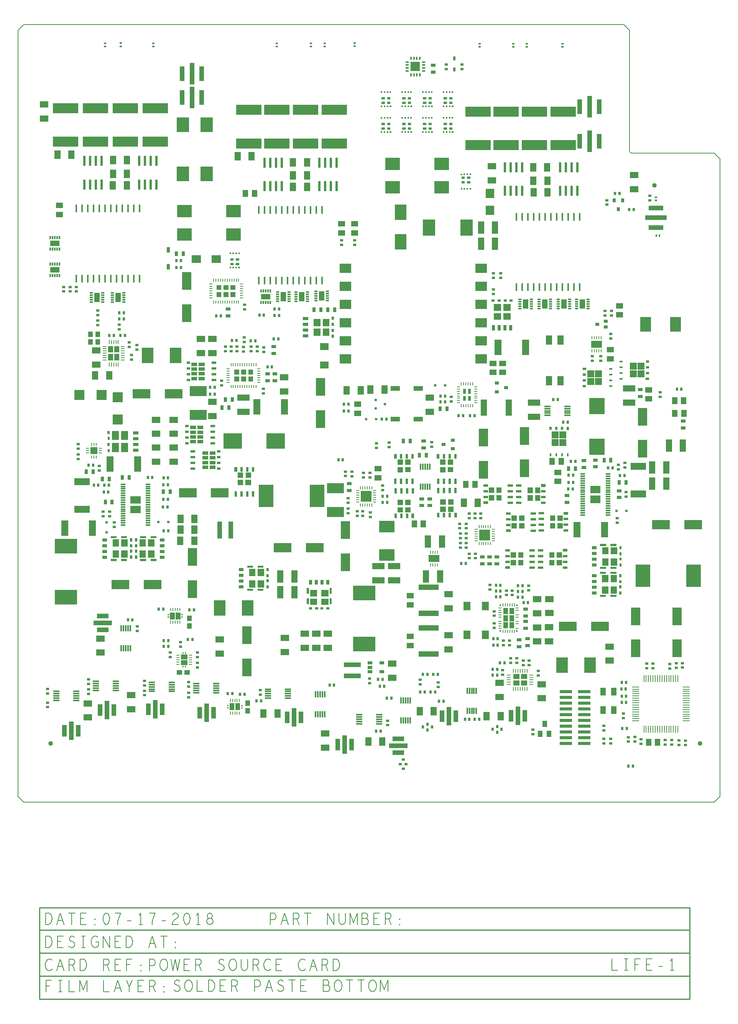
<source format=gbr>
G04 CAM350 V10.0.1 (Build 314) Date:  Tue Jul 17 14:43:08 2018 *
G04 Database: D:\LGR\2018\JULY\REL50470_POWER SOURCE BOARD\REL50470_FINAL.cam *
G04 Layer 18: SPSE *
%FSLAX25Y25*%
%MOIN*%
%SFA1.000B1.000*%

%MIA0B0*%
%IPPOS*%
%AMrect10x24xr2*
4,1,36,-0.00492,0.00984,-0.00488,0.01022,-0.00477,0.01059,-0.00459,0.01093,-0.00434,0.01123,-0.00404,0.01148,-0.00370,0.01166,-0.00333,0.01177,-0.00295,0.01181,0.00295,0.01181,0.00333,0.01177,0.00370,0.01166,0.00404,0.01148,0.00434,0.01123,0.00459,0.01093,0.00477,0.01059,0.00488,0.01022,0.00492,0.00984,0.00492,-0.00984,0.00488,-0.01022,0.00477,-0.01059,0.00459,-0.01093,0.00434,-0.01123,0.00404,-0.01148,0.00370,-0.01166,0.00333,-0.01177,0.00295,-0.01181,-0.00295,-0.01181,-0.00333,-0.01177,-0.00370,-0.01166,-0.00404,-0.01148,-0.00434,-0.01123,-0.00459,-0.01093,-0.00477,-0.01059,-0.00488,-0.01022,-0.00492,-0.00984,-0.00492,0.00984,0.00000*
%
%AMrect24x10xr2*
4,1,36,-0.01181,0.00295,-0.01177,0.00333,-0.01166,0.00370,-0.01148,0.00404,-0.01123,0.00434,-0.01093,0.00459,-0.01059,0.00477,-0.01022,0.00488,-0.00984,0.00492,0.00984,0.00492,0.01022,0.00488,0.01059,0.00477,0.01093,0.00459,0.01123,0.00434,0.01148,0.00404,0.01166,0.00370,0.01177,0.00333,0.01181,0.00295,0.01181,-0.00295,0.01177,-0.00333,0.01166,-0.00370,0.01148,-0.00404,0.01123,-0.00434,0.01093,-0.00459,0.01059,-0.00477,0.01022,-0.00488,0.00984,-0.00492,-0.00984,-0.00492,-0.01022,-0.00488,-0.01059,-0.00477,-0.01093,-0.00459,-0.01123,-0.00434,-0.01148,-0.00404,-0.01166,-0.00370,-0.01177,-0.00333,-0.01181,-0.00295,-0.01181,0.00295,0.00000*
%
%AMrect32x9xr5x23*
4,1,27,-0.01575,0.00000,-0.01571,0.00059,-0.01560,0.00117,-0.01541,0.00173,-0.01514,0.00226,-0.01481,0.00276,-0.01442,0.00320,-0.01398,0.00359,-0.01348,0.00392,-0.01295,0.00419,-0.01239,0.00438,-0.01181,0.00449,-0.01122,0.00453,0.01575,0.00453,0.01575,-0.00453,-0.01122,-0.00453,-0.01181,-0.00449,-0.01239,-0.00438,-0.01295,-0.00419,-0.01349,-0.00392,-0.01398,-0.00359,-0.01442,-0.00320,-0.01481,-0.00276,-0.01514,-0.00227,-0.01541,-0.00173,-0.01560,-0.00117,-0.01571,-0.00059,-0.01575,0.00000,0.00000*
%
%AMrect9x32xr5x34*
4,1,27,-0.00453,0.01575,0.00453,0.01575,0.00453,-0.01122,0.00449,-0.01181,0.00438,-0.01239,0.00419,-0.01295,0.00392,-0.01349,0.00359,-0.01398,0.00320,-0.01442,0.00276,-0.01481,0.00227,-0.01514,0.00173,-0.01541,0.00117,-0.01560,0.00059,-0.01571,0.00000,-0.01575,-0.00059,-0.01571,-0.00117,-0.01560,-0.00173,-0.01541,-0.00227,-0.01514,-0.00276,-0.01481,-0.00320,-0.01442,-0.00359,-0.01398,-0.00392,-0.01349,-0.00419,-0.01295,-0.00438,-0.01239,-0.00449,-0.01181,-0.00453,-0.01122,-0.00453,0.01575,0.00000*
%
%AMrect32x9xr5x14*
4,1,27,-0.01575,0.00453,0.01122,0.00453,0.01181,0.00449,0.01239,0.00438,0.01295,0.00419,0.01349,0.00392,0.01398,0.00359,0.01442,0.00320,0.01481,0.00276,0.01514,0.00226,0.01541,0.00173,0.01560,0.00117,0.01571,0.00059,0.01575,0.00000,0.01571,-0.00059,0.01560,-0.00117,0.01541,-0.00173,0.01514,-0.00227,0.01481,-0.00276,0.01442,-0.00320,0.01398,-0.00359,0.01349,-0.00392,0.01295,-0.00419,0.01239,-0.00438,0.01181,-0.00449,0.01122,-0.00453,-0.01575,-0.00453,-0.01575,0.00453,0.00000*
%
%AMrect9x32xr5x12*
4,1,27,-0.00453,0.01122,-0.00449,0.01181,-0.00438,0.01239,-0.00419,0.01295,-0.00392,0.01348,-0.00359,0.01398,-0.00320,0.01442,-0.00276,0.01481,-0.00226,0.01514,-0.00173,0.01541,-0.00117,0.01560,-0.00059,0.01571,0.00000,0.01575,0.00059,0.01571,0.00117,0.01560,0.00173,0.01541,0.00227,0.01514,0.00276,0.01481,0.00320,0.01442,0.00359,0.01398,0.00392,0.01348,0.00419,0.01295,0.00438,0.01239,0.00449,0.01181,0.00453,0.01122,0.00453,-0.01575,-0.00453,-0.01575,-0.00453,0.01122,0.00000*
%
%ADD10C,0.00600*%
%ADD12C,0.01000*%
%ADD18R,0.04528X0.04331*%
%ADD19R,0.02400X0.03000*%
%ADD70R,0.03000X0.02400*%
%ADD20R,0.07600X0.08000*%
%ADD21R,0.05100X0.05900*%
%ADD22R,0.05500X0.07500*%
%ADD72R,0.02800X0.04300*%
%ADD73R,0.05900X0.05100*%
%ADD30R,0.11000X0.05500*%
%ADD31rect10x24xr2*%
%ADD33R,0.03543X0.02756*%
%ADD35R,0.05500X0.11000*%
%ADD36R,0.05900X0.13800*%
%ADD38R,0.07500X0.05500*%
%ADD39R,0.02000X0.08700*%
%ADD40R,0.22047X0.09055*%
%ADD41R,0.04016X0.12520*%
%ADD42rect24x10xr2*%
%ADD47R,0.04300X0.02800*%
%ADD48R,0.13800X0.05900*%
%ADD51R,0.03543X0.03150*%
%ADD52R,0.08268X0.07087*%
%ADD54R,0.04331X0.04528*%
%ADD55R,0.17717X0.05118*%
%ADD56R,0.01968X0.01968*%
%ADD57R,0.03150X0.03543*%
%ADD58R,0.02362X0.01968*%
%ADD63R,0.08504X0.08898*%
%ADD64R,0.09449X0.12992*%
%ADD65R,0.12520X0.04016*%
%ADD66R,0.08898X0.08504*%
%ADD74R,0.04488X0.19016*%
%ADD75R,0.19016X0.04488*%
%ADD77C,0.04000*%
%ADD122R,0.02362X0.03150*%
%ADD123R,0.03150X0.02362*%
%ADD124R,0.03900X0.05500*%
%ADD125R,0.00984X0.02756*%
%ADD126R,0.10000X0.07992*%
%ADD127R,0.10630X0.14173*%
%ADD128R,0.04488X0.07992*%
%ADD129R,0.07992X0.04488*%
%ADD135R,0.04134X0.01260*%
%ADD138R,0.02756X0.00984*%
%ADD139R,0.12795X0.19685*%
%ADD140R,0.14961X0.09055*%
%ADD141R,0.05709X0.08071*%
%ADD145R,0.13779X0.09843*%
%ADD146R,0.07874X0.15748*%
%ADD147R,0.05709X0.01181*%
%ADD150R,0.04016X0.02402*%
%ADD151R,0.00984X0.02658*%
%ADD152R,0.10630X0.12598*%
%ADD153R,0.01575X0.07008*%
%ADD154R,0.04000X0.10000*%
%ADD155R,0.01181X0.05709*%
%ADD156R,0.19685X0.12795*%
%ADD157R,0.00394X0.00394*%
%ADD159R,0.02953X0.03937*%
%ADD161R,0.03937X0.02953*%
%ADD163R,0.01200X0.02500*%
%ADD164R,0.02500X0.01200*%
%ADD165R,0.01181X0.05512*%
%ADD166R,0.14961X0.03937*%
%ADD167R,0.11004X0.02913*%
%ADD168R,0.03937X0.02756*%
%ADD169R,0.10000X0.04000*%
%ADD170R,0.03937X0.14961*%
%ADD171R,0.15748X0.07874*%
%ADD175R,0.01575X0.01181*%
%ADD176R,0.12598X0.10630*%
%ADD177R,0.01575X0.01575*%
%ADD178R,0.09843X0.13779*%
%ADD179R,0.02756X0.04724*%
%ADD180R,0.04700X0.07100*%
%ADD181R,0.06299X0.07480*%
%ADD183R,0.02402X0.04016*%
%ADD185R,0.02835X0.01181*%
%ADD186R,0.04724X0.02559*%
%ADD188R,0.01968X0.02756*%
%ADD189R,0.01181X0.02835*%
%ADD190R,0.13779X0.13976*%
%ADD192R,0.07480X0.06299*%
%ADD193R,0.08465X0.08465*%
%ADD194R,0.02402X0.05000*%
%ADD195R,0.01968X0.03543*%
%ADD196R,0.02559X0.04724*%
%ADD198R,0.02756X0.01968*%
%ADD201R,0.05512X0.14016*%
%ADD205R,0.05000X0.02402*%
%ADD206R,0.16142X0.13779*%
%ADD213R,0.02559X0.01968*%
%ADD214R,0.05000X0.08100*%
%ADD215R,0.08100X0.05000*%
%ADD216R,0.09646X0.09646*%
%ADD218R,0.09370X0.06496*%
%ADD220R,0.06496X0.06496*%
%ADD221R,0.01968X0.02559*%
%ADD224R,0.04331X0.05236*%
%ADD225R,0.01476X0.01476*%
%ADD234R,0.06102X0.00984*%
%ADD235R,0.00984X0.06102*%
%ADD236R,0.02953X0.01575*%
%ADD237rect32x9xr5x23*%
%ADD238rect9x32xr5x34*%
%ADD239rect32x9xr5x14*%
%ADD240rect9x32xr5x12*%
%ADD241R,0.01575X0.02953*%
%ADD242R,0.02362X0.01181*%
%ADD243R,0.04221X0.02213*%
%ADD244R,0.01968X0.02953*%
%ADD245R,0.02953X0.01968*%
%ADD246R,0.01181X0.02362*%
%ADD247R,0.04744X0.04547*%
%ADD248R,0.04744X0.04547*%
%LNSPSE*%
%LPD*%
G36*
X181904Y83544D02*
G01Y84135D01*
X181930Y84233*
X182002Y84305*
X182100Y84332*
X183045*
X183144Y84305*
X183216Y84233*
X183242Y84135*
Y83544*
X183216Y83446*
X183144Y83374*
X183045Y83348*
X182100*
X182002Y83374*
X181930Y83446*
X181904Y83544*
G37*
G36*
Y81576D02*
G01Y82166D01*
X181930Y82265*
X182002Y82337*
X182100Y82363*
X183045*
X183144Y82337*
X183216Y82265*
X183242Y82166*
Y81576*
X183216Y81477*
X183144Y81405*
X183045Y81379*
X182100*
X182002Y81405*
X181930Y81477*
X181904Y81576*
G37*
G36*
X193951Y83544D02*
G01Y84135D01*
X193977Y84233*
X194049Y84305*
X194148Y84332*
X195093*
X195191Y84305*
X195263Y84233*
X195289Y84135*
Y83544*
X195263Y83446*
X195191Y83374*
X195093Y83348*
X194148*
X194049Y83374*
X193977Y83446*
X193951Y83544*
G37*
G36*
Y81576D02*
G01Y82166D01*
X193977Y82265*
X194049Y82337*
X194148Y82363*
X195093*
X195191Y82337*
X195263Y82265*
X195289Y82166*
Y81576*
X195263Y81477*
X195191Y81405*
X195093Y81379*
X194148*
X194049Y81405*
X193977Y81477*
X193951Y81576*
G37*
G36*
X145113Y117067D02*
G01Y118012D01*
X145140Y118110*
X145212Y118182*
X145310Y118209*
X145901*
X145999Y118182*
X146071Y118110*
X146098Y118012*
Y117067*
X146071Y116968*
X145999Y116896*
X145901Y116870*
X145310*
X145212Y116896*
X145140Y116968*
X145113Y117067*
G37*
G36*
X143145D02*
G01Y118012D01*
X143171Y118110*
X143243Y118182*
X143342Y118209*
X143932*
X144031Y118182*
X144103Y118110*
X144129Y118012*
Y117067*
X144103Y116968*
X144031Y116896*
X143932Y116870*
X143342*
X143243Y116896*
X143171Y116968*
X143145Y117067*
G37*
G36*
X142091Y162310D02*
G01Y162901D01*
X142118Y162999*
X142190Y163071*
X142288Y163098*
X143233*
X143332Y163071*
X143404Y162999*
X143430Y162901*
Y162310*
X143404Y162212*
X143332Y162140*
X143233Y162113*
X142288*
X142190Y162140*
X142118Y162212*
X142091Y162310*
G37*
G36*
Y160342D02*
G01Y160932D01*
X142118Y161031*
X142190Y161103*
X142288Y161129*
X143233*
X143332Y161103*
X143404Y161031*
X143430Y160932*
Y160342*
X143404Y160243*
X143332Y160171*
X143233Y160145*
X142288*
X142190Y160171*
X142118Y160243*
X142091Y160342*
G37*
G36*
X143145Y129114D02*
G01Y130059D01*
X143171Y130157*
X143243Y130229*
X143342Y130256*
X143932*
X144031Y130229*
X144103Y130157*
X144129Y130059*
Y129114*
X144103Y129016*
X144031Y128943*
X143932Y128917*
X143342*
X143243Y128943*
X143171Y129016*
X143145Y129114*
G37*
G36*
X145113D02*
G01Y130059D01*
X145140Y130157*
X145212Y130229*
X145310Y130256*
X145901*
X145999Y130229*
X146071Y130157*
X146098Y130059*
Y129114*
X146071Y129016*
X145999Y128943*
X145901Y128917*
X145310*
X145212Y128943*
X145140Y129016*
X145113Y129114*
G37*
G36*
X130044Y162310D02*
G01Y162901D01*
X130071Y162999*
X130143Y163071*
X130241Y163098*
X131186*
X131284Y163071*
X131357Y162999*
X131383Y162901*
Y162310*
X131357Y162212*
X131284Y162140*
X131186Y162113*
X130241*
X130143Y162140*
X130071Y162212*
X130044Y162310*
G37*
G36*
Y160342D02*
G01Y160932D01*
X130071Y161031*
X130143Y161103*
X130241Y161129*
X131186*
X131284Y161103*
X131357Y161031*
X131383Y160932*
Y160342*
X131357Y160243*
X131284Y160171*
X131186Y160145*
X130241*
X130143Y160171*
X130071Y160243*
X130044Y160342*
G37*
G36*
X384806Y544520D02*
G01Y545701D01*
X386381*
Y544520*
X384806*
G37*
G36*
X377054Y581271D02*
G01Y582452D01*
X378629*
Y581271*
X377054*
G37*
G36*
X359054D02*
G01Y582452D01*
X360629*
Y581271*
X359054*
G37*
G36*
X377051Y603709D02*
G01Y604890D01*
X378626*
Y603709*
X377051*
G37*
G36*
X359051D02*
G01Y604890D01*
X360626*
Y603709*
X359051*
G37*
G36*
X341051D02*
G01Y604890D01*
X342626*
Y603709*
X341051*
G37*
G36*
Y581271D02*
G01Y582452D01*
X342626*
Y581271*
X341051*
G37*
G36*
X323051D02*
G01Y582452D01*
X324626*
Y581271*
X323051*
G37*
G36*
Y603709D02*
G01Y604890D01*
X324626*
Y603709*
X323051*
G37*
G36*
X191551Y463610D02*
G01Y464791D01*
X193126*
Y463610*
X191551*
G37*
G36*
X522927Y214284D02*
G01Y216843D01*
X524895*
Y214284*
X522927*
G37*
G36*
Y209757D02*
G01Y212316D01*
X524895*
Y209757*
X522927*
G37*
G36*
X522827Y190084D02*
G01Y192643D01*
X524795*
Y190084*
X522827*
G37*
G36*
Y185557D02*
G01Y188116D01*
X524795*
Y185557*
X522827*
G37*
G36*
X262984Y167205D02*
G01Y169173D01*
X265543*
Y167205*
X262984*
G37*
G36*
X258457D02*
G01Y169173D01*
X261016*
Y167205*
X258457*
G37*
G36*
X216027Y195384D02*
G01Y197943D01*
X217995*
Y195384*
X216027*
G37*
G36*
Y190857D02*
G01Y193416D01*
X217995*
Y190857*
X216027*
G37*
G36*
X101705Y221184D02*
G01Y223743D01*
X103673*
Y221184*
X101705*
G37*
G36*
Y216657D02*
G01Y219216D01*
X103673*
Y216657*
X101705*
G37*
G36*
X97327Y221184D02*
G01Y223743D01*
X99295*
Y221184*
X97327*
G37*
G36*
Y216657D02*
G01Y219216D01*
X99295*
Y216657*
X97327*
G37*
G36*
X522927Y219442D02*
G01Y222158D01*
X524895*
Y219442*
X522927*
G37*
G36*
Y204442D02*
G01Y207158D01*
X524895*
Y204442*
X522927*
G37*
G36*
X522827Y195242D02*
G01Y197958D01*
X524795*
Y195242*
X522827*
G37*
G36*
Y180242D02*
G01Y182958D01*
X524795*
Y180242*
X522827*
G37*
G36*
X268142Y167205D02*
G01Y169173D01*
X270858*
Y167205*
X268142*
G37*
G36*
X253142D02*
G01Y169173D01*
X255858*
Y167205*
X253142*
G37*
G36*
X216027Y200542D02*
G01Y203258D01*
X217995*
Y200542*
X216027*
G37*
G36*
Y185542D02*
G01Y188258D01*
X217995*
Y185542*
X216027*
G37*
G36*
X101705Y226342D02*
G01Y229058D01*
X103673*
Y226342*
X101705*
G37*
G36*
Y211342D02*
G01Y214058D01*
X103673*
Y211342*
X101705*
G37*
G36*
X97327Y226342D02*
G01Y229058D01*
X99295*
Y226342*
X97327*
G37*
G36*
Y211342D02*
G01Y214058D01*
X99295*
Y211342*
X97327*
G37*
G36*
X77920Y314393D02*
G01Y317149D01*
X79888*
Y314393*
X77920*
G37*
G36*
Y303901D02*
G01Y306657D01*
X79888*
Y303901*
X77920*
G37*
G36*
X374984Y610205D02*
G01Y612173D01*
X377839*
Y610205*
X374984*
G37*
G36*
Y606268D02*
G01Y608236D01*
X377839*
Y606268*
X374984*
G37*
G36*
X370161Y610205D02*
G01Y612173D01*
X373016*
Y610205*
X370161*
G37*
G36*
Y606268D02*
G01Y608236D01*
X373016*
Y606268*
X370161*
G37*
G36*
X370164Y583830D02*
G01Y585798D01*
X373019*
Y583830*
X370164*
G37*
G36*
X356984Y610205D02*
G01Y612173D01*
X359839*
Y610205*
X356984*
G37*
G36*
Y606268D02*
G01Y608236D01*
X359839*
Y606268*
X356984*
G37*
G36*
X352164Y583830D02*
G01Y585798D01*
X355019*
Y583830*
X352164*
G37*
G36*
X352161Y610205D02*
G01Y612173D01*
X355016*
Y610205*
X352161*
G37*
G36*
Y606268D02*
G01Y608236D01*
X355016*
Y606268*
X352161*
G37*
G36*
X338984Y610205D02*
G01Y612173D01*
X341839*
Y610205*
X338984*
G37*
G36*
Y606268D02*
G01Y608236D01*
X341839*
Y606268*
X338984*
G37*
G36*
Y583830D02*
G01Y585798D01*
X341839*
Y583830*
X338984*
G37*
G36*
X334161Y610205D02*
G01Y612173D01*
X337016*
Y610205*
X334161*
G37*
G36*
Y606268D02*
G01Y608236D01*
X337016*
Y606268*
X334161*
G37*
G36*
Y583830D02*
G01Y585798D01*
X337016*
Y583830*
X334161*
G37*
G36*
X320984Y610205D02*
G01Y612173D01*
X323839*
Y610205*
X320984*
G37*
G36*
Y606268D02*
G01Y608236D01*
X323839*
Y606268*
X320984*
G37*
G36*
Y583830D02*
G01Y585798D01*
X323839*
Y583830*
X320984*
G37*
G36*
X316161Y610205D02*
G01Y612173D01*
X319016*
Y610205*
X316161*
G37*
G36*
Y606268D02*
G01Y608236D01*
X319016*
Y606268*
X316161*
G37*
G36*
Y583830D02*
G01Y585798D01*
X319016*
Y583830*
X316161*
G37*
G36*
X184661Y466169D02*
G01Y468138D01*
X187516*
Y466169*
X184661*
G37*
G36*
X189484D02*
G01Y468138D01*
X192339*
Y466169*
X189484*
G37*
G36*
X374987Y583830D02*
G01Y585798D01*
X377842*
Y583830*
X374987*
G37*
G36*
X356987D02*
G01Y585798D01*
X359842*
Y583830*
X356987*
G37*
G36*
X390416Y541173D02*
G01Y543142D01*
X393271*
Y541173*
X390416*
G37*
G36*
Y537236D02*
G01Y539205D01*
X393271*
Y537236*
X390416*
G37*
G36*
X370164Y587767D02*
G01Y589735D01*
X373019*
Y587767*
X370164*
G37*
G36*
X352164D02*
G01Y589735D01*
X355019*
Y587767*
X352164*
G37*
G36*
X338984D02*
G01Y589735D01*
X341839*
Y587767*
X338984*
G37*
G36*
X334161D02*
G01Y589735D01*
X337016*
Y587767*
X334161*
G37*
G36*
X320984D02*
G01Y589735D01*
X323839*
Y587767*
X320984*
G37*
G36*
X316161D02*
G01Y589735D01*
X319016*
Y587767*
X316161*
G37*
G36*
X184661Y470106D02*
G01Y472075D01*
X187516*
Y470106*
X184661*
G37*
G36*
X189484D02*
G01Y472075D01*
X192339*
Y470106*
X189484*
G37*
G36*
X385593Y541173D02*
G01Y543142D01*
X388448*
Y541173*
X385593*
G37*
G36*
Y537236D02*
G01Y539205D01*
X388448*
Y537236*
X385593*
G37*
G36*
X374987Y587767D02*
G01Y589735D01*
X377842*
Y587767*
X374987*
G37*
G36*
X356987D02*
G01Y589735D01*
X359842*
Y587767*
X356987*
G37*
G36*
X545849Y366716D02*
G01Y368684D01*
X548802*
Y366716*
X545849*
G37*
G36*
X491008Y375116D02*
G01Y377084D01*
X493961*
Y375116*
X491008*
G37*
G36*
X477016Y323039D02*
G01Y325992D01*
X478984*
Y323039*
X477016*
G37*
G36*
X172948Y303400D02*
G01Y305400D01*
X175963*
Y303400*
X172948*
G37*
G36*
Y298400D02*
G01Y300400D01*
X175963*
Y298400*
X172948*
G37*
G36*
Y293400D02*
G01Y295400D01*
X175963*
Y293400*
X172948*
G37*
G36*
Y288400D02*
G01Y290400D01*
X175963*
Y288400*
X172948*
G37*
G36*
X146587Y380500D02*
G01Y382500D01*
X149602*
Y380500*
X146587*
G37*
G36*
Y375500D02*
G01Y377500D01*
X149602*
Y375500*
X146587*
G37*
G36*
Y370500D02*
G01Y372500D01*
X149602*
Y370500*
X146587*
G37*
G36*
Y365500D02*
G01Y367500D01*
X149602*
Y365500*
X146587*
G37*
G36*
X145537Y325600D02*
G01Y327600D01*
X148552*
Y325600*
X145537*
G37*
G36*
Y320600D02*
G01Y322600D01*
X148552*
Y320600*
X145537*
G37*
G36*
Y315600D02*
G01Y317600D01*
X148552*
Y315600*
X145537*
G37*
G36*
Y310600D02*
G01Y312600D01*
X148552*
Y310600*
X145537*
G37*
G36*
X515250Y222355D02*
G01Y224127D01*
X520368*
Y222355*
X515250*
G37*
G36*
Y202473D02*
G01Y204245D01*
X520368*
Y202473*
X515250*
G37*
G36*
X515150Y198155D02*
G01Y199927D01*
X520268*
Y198155*
X515150*
G37*
G36*
Y178273D02*
G01Y180045D01*
X520268*
Y178273*
X515150*
G37*
G36*
X506194Y222355D02*
G01Y224127D01*
X511313*
Y222355*
X506194*
G37*
G36*
Y202473D02*
G01Y204245D01*
X511313*
Y202473*
X506194*
G37*
G36*
X506094Y198155D02*
G01Y199927D01*
X511213*
Y198155*
X506094*
G37*
G36*
Y178273D02*
G01Y180045D01*
X511213*
Y178273*
X506094*
G37*
G36*
X271055Y180787D02*
G01Y185906D01*
X272827*
Y180787*
X271055*
G37*
G36*
Y171732D02*
G01Y176850D01*
X272827*
Y171732*
X271055*
G37*
G36*
X251173Y180787D02*
G01Y185906D01*
X252945*
Y180787*
X251173*
G37*
G36*
Y171732D02*
G01Y176850D01*
X252945*
Y171732*
X251173*
G37*
G36*
X208350Y203455D02*
G01Y205227D01*
X213468*
Y203455*
X208350*
G37*
G36*
Y183573D02*
G01Y185345D01*
X213468*
Y183573*
X208350*
G37*
G36*
X199294Y203455D02*
G01Y205227D01*
X204413*
Y203455*
X199294*
G37*
G36*
Y183573D02*
G01Y185345D01*
X204413*
Y183573*
X199294*
G37*
G36*
X115287Y209373D02*
G01Y211145D01*
X120406*
Y209373*
X115287*
G37*
G36*
Y229255D02*
G01Y231027D01*
X120406*
Y229255*
X115287*
G37*
G36*
X106232Y209373D02*
G01Y211145D01*
X111350*
Y209373*
X106232*
G37*
G36*
Y229255D02*
G01Y231027D01*
X111350*
Y229255*
X106232*
G37*
G36*
X89650D02*
G01Y231027D01*
X94768*
Y229255*
X89650*
G37*
G36*
Y209373D02*
G01Y211145D01*
X94768*
Y209373*
X89650*
G37*
G36*
X80594Y229255D02*
G01Y231027D01*
X85713*
Y229255*
X80594*
G37*
G36*
Y209373D02*
G01Y211145D01*
X85713*
Y209373*
X80594*
G37*
G36*
X391484Y354684D02*
G01Y358916D01*
X393748*
Y354684*
X391484*
G37*
G36*
Y348484D02*
G01Y352716D01*
X393748*
Y348484*
X391484*
G37*
G36*
X387252Y354684D02*
G01Y358916D01*
X389516*
Y354684*
X387252*
G37*
G36*
Y348484D02*
G01Y352716D01*
X389516*
Y348484*
X387252*
G37*
G36*
X474500Y249600D02*
G01Y252000D01*
X478500*
Y249600*
X474500*
G37*
G36*
X473800Y217500D02*
G01Y219900D01*
X477800*
Y217500*
X473800*
G37*
G36*
X454900Y273700D02*
G01Y276100D01*
X458900*
Y273700*
X454900*
G37*
G36*
X424500Y234500D02*
G01Y236900D01*
X428500*
Y234500*
X424500*
G37*
G36*
X423700Y202500D02*
G01Y204900D01*
X427700*
Y202500*
X423700*
G37*
G36*
X404700Y258800D02*
G01Y261200D01*
X408700*
Y258800*
X404700*
G37*
G36*
X379300Y247100D02*
G01Y251100D01*
X381700*
Y247100*
X379300*
G37*
G36*
X364000Y298200D02*
G01Y302200D01*
X366400*
Y298200*
X364000*
G37*
G36*
X342100Y246700D02*
G01Y250700D01*
X344500*
Y246700*
X342100*
G37*
G36*
X327000Y298200D02*
G01Y302200D01*
X329400*
Y298200*
X327000*
G37*
G36*
X188200Y287000D02*
G01Y291000D01*
X190600*
Y287000*
X188200*
G37*
G36*
X166727Y301609D02*
G01Y304546D01*
X171822*
Y301609*
X166727*
G37*
G36*
Y297491D02*
G01Y300428D01*
X171822*
Y297491*
X166727*
G37*
G36*
Y293372D02*
G01Y296309D01*
X171822*
Y293372*
X166727*
G37*
G36*
Y289254D02*
G01Y292191D01*
X171822*
Y289254*
X166727*
G37*
G36*
X150728Y378709D02*
G01Y381646D01*
X155823*
Y378709*
X150728*
G37*
G36*
Y374591D02*
G01Y377528D01*
X155823*
Y374591*
X150728*
G37*
G36*
Y370472D02*
G01Y373409D01*
X155823*
Y370472*
X150728*
G37*
G36*
Y366354D02*
G01Y369291D01*
X155823*
Y366354*
X150728*
G37*
G36*
X149678Y323809D02*
G01Y326746D01*
X154773*
Y323809*
X149678*
G37*
G36*
Y319691D02*
G01Y322628D01*
X154773*
Y319691*
X149678*
G37*
G36*
Y315572D02*
G01Y318509D01*
X154773*
Y315572*
X149678*
G37*
G36*
Y311454D02*
G01Y314391D01*
X154773*
Y311454*
X149678*
G37*
G36*
X160255Y301609D02*
G01Y304546D01*
X165349*
Y301609*
X160255*
G37*
G36*
Y297491D02*
G01Y300428D01*
X165349*
Y297491*
X160255*
G37*
G36*
Y293372D02*
G01Y296309D01*
X165349*
Y293372*
X160255*
G37*
G36*
Y289254D02*
G01Y292191D01*
X165349*
Y289254*
X160255*
G37*
G36*
X157201Y378709D02*
G01Y381646D01*
X162295*
Y378709*
X157201*
G37*
G36*
Y374591D02*
G01Y377528D01*
X162295*
Y374591*
X157201*
G37*
G36*
Y370472D02*
G01Y373409D01*
X162295*
Y370472*
X157201*
G37*
G36*
Y366354D02*
G01Y369291D01*
X162295*
Y366354*
X157201*
G37*
G36*
X156151Y323809D02*
G01Y326746D01*
X161245*
Y323809*
X156151*
G37*
G36*
Y319691D02*
G01Y322628D01*
X161245*
Y319691*
X156151*
G37*
G36*
Y315572D02*
G01Y318509D01*
X161245*
Y315572*
X156151*
G37*
G36*
Y311454D02*
G01Y314391D01*
X161245*
Y311454*
X156151*
G37*
G36*
X184908Y444814D02*
G01Y448948D01*
X189042*
Y444814*
X184908*
G37*
G36*
Y438711D02*
G01Y442845D01*
X189042*
Y438711*
X184908*
G37*
G36*
X200332Y371384D02*
G01Y375518D01*
X204466*
Y371384*
X200332*
G37*
G36*
Y365282D02*
G01Y369416D01*
X204466*
Y365282*
X200332*
G37*
G36*
X188128Y371384D02*
G01Y375518D01*
X192261*
Y371384*
X188128*
G37*
G36*
Y365282D02*
G01Y369416D01*
X192261*
Y365282*
X188128*
G37*
G36*
X172703Y444814D02*
G01Y448948D01*
X176837*
Y444814*
X172703*
G37*
G36*
Y438711D02*
G01Y442845D01*
X176837*
Y438711*
X172703*
G37*
G36*
X178806Y444814D02*
G01Y448948D01*
X182940*
Y444814*
X178806*
G37*
G36*
Y438711D02*
G01Y442845D01*
X182940*
Y438711*
X178806*
G37*
G36*
X194230Y371384D02*
G01Y375518D01*
X198364*
Y371384*
X194230*
G37*
G36*
Y365282D02*
G01Y369416D01*
X198364*
Y365282*
X194230*
G37*
G36*
X428432Y212162D02*
G01Y216906D01*
X432979*
Y212162*
X428432*
G37*
G36*
Y205450D02*
G01Y210194D01*
X432979*
Y205450*
X428432*
G37*
G36*
X469201Y244284D02*
G01Y249028D01*
X473748*
Y244284*
X469201*
G37*
G36*
Y237572D02*
G01Y242316D01*
X473748*
Y237572*
X469201*
G37*
G36*
X468501Y212184D02*
G01Y216928D01*
X473048*
Y212184*
X468501*
G37*
G36*
Y205472D02*
G01Y210216D01*
X473048*
Y205472*
X468501*
G37*
G36*
X449601Y268384D02*
G01Y273128D01*
X454148*
Y268384*
X449601*
G37*
G36*
Y261672D02*
G01Y266416D01*
X454148*
Y261672*
X449601*
G37*
G36*
X429252Y244184D02*
G01Y248928D01*
X433799*
Y244184*
X429252*
G37*
G36*
Y237472D02*
G01Y242216D01*
X433799*
Y237472*
X429252*
G37*
G36*
X409452Y268484D02*
G01Y273228D01*
X413999*
Y268484*
X409452*
G37*
G36*
Y261772D02*
G01Y266516D01*
X413999*
Y261772*
X409452*
G37*
G36*
X373950Y251858D02*
G01Y256405D01*
X378694*
Y251858*
X373950*
G37*
G36*
X367237D02*
G01Y256405D01*
X371981*
Y251858*
X367237*
G37*
G36*
X336750Y251458D02*
G01Y256005D01*
X341494*
Y251458*
X336750*
G37*
G36*
X330037D02*
G01Y256005D01*
X334781*
Y251458*
X330037*
G37*
G36*
X462685Y244284D02*
G01Y249028D01*
X467232*
Y244284*
X462685*
G37*
G36*
Y237572D02*
G01Y242316D01*
X467232*
Y237572*
X462685*
G37*
G36*
X461985Y212184D02*
G01Y216928D01*
X466532*
Y212184*
X461985*
G37*
G36*
Y205472D02*
G01Y210216D01*
X466532*
Y205472*
X461985*
G37*
G36*
X435768Y244184D02*
G01Y248928D01*
X440315*
Y244184*
X435768*
G37*
G36*
Y237472D02*
G01Y242216D01*
X440315*
Y237472*
X435768*
G37*
G36*
X434948Y212162D02*
G01Y216906D01*
X439495*
Y212162*
X434948*
G37*
G36*
Y205450D02*
G01Y210194D01*
X439495*
Y205450*
X434948*
G37*
G36*
X415968Y268484D02*
G01Y273228D01*
X420515*
Y268484*
X415968*
G37*
G36*
Y261772D02*
G01Y266516D01*
X420515*
Y261772*
X415968*
G37*
G36*
X373950Y258374D02*
G01Y262921D01*
X378694*
Y258374*
X373950*
G37*
G36*
X367237D02*
G01Y262921D01*
X371981*
Y258374*
X367237*
G37*
G36*
X336750Y257974D02*
G01Y262521D01*
X341494*
Y257974*
X336750*
G37*
G36*
X330037D02*
G01Y262521D01*
X334781*
Y257974*
X330037*
G37*
G36*
X197884Y275185D02*
G01Y279732D01*
X202628*
Y275185*
X197884*
G37*
G36*
X443085Y268384D02*
G01Y273128D01*
X447632*
Y268384*
X443085*
G37*
G36*
Y261672D02*
G01Y266416D01*
X447632*
Y261672*
X443085*
G37*
G36*
X373750Y286391D02*
G01Y290939D01*
X378494*
Y286391*
X373750*
G37*
G36*
X336684D02*
G01Y290939D01*
X341428*
Y286391*
X336684*
G37*
G36*
X437329Y101219D02*
G01Y105550D01*
X442840*
Y101219*
X437329*
G37*
G36*
X430636D02*
G01Y105550D01*
X436147*
Y101219*
X430636*
G37*
G36*
X437329Y106731D02*
G01Y111062D01*
X442840*
Y106731*
X437329*
G37*
G36*
X430636D02*
G01Y111062D01*
X436147*
Y106731*
X430636*
G37*
G36*
X83891Y390391D02*
G01Y395902D01*
X88221*
Y390391*
X83891*
G37*
G36*
Y383698D02*
G01Y389209D01*
X88221*
Y383698*
X83891*
G37*
G36*
X78379Y390391D02*
G01Y395902D01*
X82709*
Y390391*
X78379*
G37*
G36*
Y383698D02*
G01Y389209D01*
X82709*
Y383698*
X78379*
G37*
G36*
X188990Y80099D02*
G01Y85611D01*
X189016Y85710*
X189089Y85782*
X189187Y85808*
X192966*
X193065Y85782*
X193137Y85710*
X193163Y85611*
Y80099*
X193137Y80001*
X193065Y79929*
X192966Y79903*
X189187*
X189089Y79929*
X189016Y80001*
X188990Y80099*
G37*
G36*
X184029D02*
G01Y85611D01*
X184056Y85710*
X184128Y85782*
X184226Y85808*
X188006*
X188104Y85782*
X188176Y85710*
X188203Y85611*
Y80099*
X188176Y80001*
X188104Y79929*
X188006Y79903*
X184226*
X184128Y79929*
X184056Y80001*
X184029Y80099*
G37*
G36*
X141669Y124153D02*
G01Y127933D01*
X141695Y128031*
X141767Y128103*
X141865Y128130*
X147377*
X147476Y128103*
X147548Y128031*
X147574Y127933*
Y124153*
X147548Y124055*
X147476Y123983*
X147377Y123956*
X141865*
X141767Y123983*
X141695Y124055*
X141669Y124153*
G37*
G36*
Y119193D02*
G01Y122972D01*
X141695Y123071*
X141767Y123143*
X141865Y123169*
X147377*
X147476Y123143*
X147548Y123071*
X147574Y122972*
Y119193*
X147548Y119094*
X147476Y119022*
X147377Y118996*
X141865*
X141767Y119022*
X141695Y119094*
X141669Y119193*
G37*
G36*
X137131Y158865D02*
G01Y164377D01*
X137157Y164476*
X137229Y164548*
X137328Y164574*
X141107*
X141206Y164548*
X141278Y164476*
X141304Y164377*
Y158865*
X141278Y158767*
X141206Y158695*
X141107Y158669*
X137328*
X137229Y158695*
X137157Y158767*
X137131Y158865*
G37*
G36*
X132170D02*
G01Y164377D01*
X132197Y164476*
X132269Y164548*
X132367Y164574*
X136147*
X136245Y164548*
X136317Y164476*
X136344Y164377*
Y158865*
X136317Y158767*
X136245Y158695*
X136147Y158669*
X132367*
X132269Y158695*
X132197Y158767*
X132170Y158865*
G37*
G36*
X515446Y215072D02*
G01Y221371D01*
X520958*
Y215072*
X515446*
G37*
G36*
Y205229D02*
G01Y211528D01*
X520958*
Y205229*
X515446*
G37*
G36*
X515346Y190872D02*
G01Y197171D01*
X520858*
Y190872*
X515346*
G37*
G36*
Y181029D02*
G01Y187328D01*
X520858*
Y181029*
X515346*
G37*
G36*
X263772Y171142D02*
G01Y176654D01*
X270071*
Y171142*
X263772*
G37*
G36*
X253929D02*
G01Y176654D01*
X260228*
Y171142*
X253929*
G37*
G36*
X208546Y196172D02*
G01Y202471D01*
X214058*
Y196172*
X208546*
G37*
G36*
Y186329D02*
G01Y192628D01*
X214058*
Y186329*
X208546*
G37*
G36*
X105642Y221972D02*
G01Y228271D01*
X111154*
Y221972*
X105642*
G37*
G36*
Y212129D02*
G01Y218428D01*
X111154*
Y212129*
X105642*
G37*
G36*
X89846Y221972D02*
G01Y228271D01*
X95358*
Y221972*
X89846*
G37*
G36*
Y212129D02*
G01Y218428D01*
X95358*
Y212129*
X89846*
G37*
G36*
X507966Y215072D02*
G01Y221371D01*
X513478*
Y215072*
X507966*
G37*
G36*
Y205229D02*
G01Y211528D01*
X513478*
Y205229*
X507966*
G37*
G36*
X507866Y190872D02*
G01Y197171D01*
X513378*
Y190872*
X507866*
G37*
G36*
Y181029D02*
G01Y187328D01*
X513378*
Y181029*
X507866*
G37*
G36*
X263772Y178622D02*
G01Y184134D01*
X270071*
Y178622*
X263772*
G37*
G36*
X253929D02*
G01Y184134D01*
X260228*
Y178622*
X253929*
G37*
G36*
X201066Y196172D02*
G01Y202471D01*
X206578*
Y196172*
X201066*
G37*
G36*
Y186329D02*
G01Y192628D01*
X206578*
Y186329*
X201066*
G37*
G36*
X113122Y221972D02*
G01Y228271D01*
X118634*
Y221972*
X113122*
G37*
G36*
Y212129D02*
G01Y218428D01*
X118634*
Y212129*
X113122*
G37*
G36*
X82366Y221972D02*
G01Y228271D01*
X87878*
Y221972*
X82366*
G37*
G36*
Y212129D02*
G01Y218428D01*
X87878*
Y212129*
X82366*
G37*
G36*
X532089Y375594D02*
G01Y381499D01*
X537994*
Y375594*
X532089*
G37*
G36*
Y368901D02*
G01Y374806D01*
X537994*
Y368901*
X532089*
G37*
G36*
X470894Y315973D02*
G01Y321878D01*
X476799*
Y315973*
X470894*
G37*
G36*
X464201D02*
G01Y321878D01*
X470106*
Y315973*
X464201*
G37*
G36*
X538782Y375594D02*
G01Y381499D01*
X544687*
Y375594*
X538782*
G37*
G36*
Y368901D02*
G01Y374806D01*
X544687*
Y368901*
X538782*
G37*
G36*
X501815Y368994D02*
G01Y374899D01*
X507720*
Y368994*
X501815*
G37*
G36*
Y362301D02*
G01Y368206D01*
X507720*
Y362301*
X501815*
G37*
G36*
X495122Y368994D02*
G01Y374899D01*
X501028*
Y368994*
X495122*
G37*
G36*
Y362301D02*
G01Y368206D01*
X501028*
Y362301*
X495122*
G37*
G36*
X470894Y309280D02*
G01Y315185D01*
X476799*
Y309280*
X470894*
G37*
G36*
X464201D02*
G01Y315185D01*
X470106*
Y309280*
X464201*
G37*
G36*
X421984Y418768D02*
G01Y424673D01*
X428284*
Y418768*
X421984*
G37*
G36*
X413716D02*
G01Y424673D01*
X420016*
Y418768*
X413716*
G37*
G36*
X257068Y413284D02*
G01Y419584D01*
X262973*
Y413284*
X257068*
G37*
G36*
Y405016D02*
G01Y411316D01*
X262973*
Y405016*
X257068*
G37*
G36*
X421984Y426642D02*
G01Y432547D01*
X428284*
Y426642*
X421984*
G37*
G36*
X413716D02*
G01Y432547D01*
X420016*
Y426642*
X413716*
G37*
G36*
X264942Y413284D02*
G01Y419584D01*
X270847*
Y413284*
X264942*
G37*
G36*
Y405016D02*
G01Y411316D01*
X270847*
Y405016*
X264942*
G37*
G36*
X89731Y314462D02*
G01Y322336D01*
X95636*
Y314462*
X89731*
G37*
G36*
Y303970D02*
G01Y311844D01*
X95636*
Y303970*
X89731*
G37*
G36*
X81857Y314462D02*
G01Y322336D01*
X87762*
Y314462*
X81857*
G37*
G36*
Y303970D02*
G01Y311844D01*
X87762*
Y303970*
X81857*
G37*
G36*
X497691Y268084D02*
G01Y274482D01*
X506509*
Y268084*
X497691*
G37*
G36*
Y259718D02*
G01Y266116D01*
X506509*
Y259718*
X497691*
G37*
G36*
X97790Y259284D02*
G01Y265682D01*
X106609*
Y259284*
X97790*
G37*
G36*
Y250918D02*
G01Y257316D01*
X106609*
Y250918*
X97790*
G37*
G54D122*
X412663Y63100D03*
G54D123*
X335000Y28863D03*
G54D122*
X352126Y65162D03*
G54D124*
X458000Y67850D03*
G54D70*
X447800Y62769D03*
G54D125*
X387547Y363149D03*
G54D35*
X402598Y485000D03*
Y498900D03*
G54D70*
X419600Y459169D03*
X413500D03*
G54D126*
X402896Y447822D03*
Y463570D03*
G54D127*
X390039Y498900D03*
G54D128*
X374695Y78662D03*
Y70670D03*
G54D129*
X77896Y155700D03*
X69904D03*
G54D128*
X240033Y77533D03*
Y69540D03*
X163935Y81706D03*
Y73713D03*
X46325Y65939D03*
Y57946D03*
G54D129*
X334733Y48899D03*
G54D128*
X434600Y70904D03*
Y78896D03*
G54D129*
X326740Y48899D03*
G54D128*
X284235Y45913D03*
Y53906D03*
X77300Y76004D03*
Y83996D03*
X119500Y76704D03*
Y84696D03*
G54D19*
X572931Y358400D03*
X226469Y402100D03*
G54D70*
X558500Y355869D03*
G54D234*
X581094Y82283D03*
G54D70*
X568300Y53969D03*
G54D235*
X563969Y63189D03*
X565937D03*
G54D124*
X461750Y59150D03*
G54D70*
X526400Y73031D03*
G54D19*
X524952Y103963D03*
G54D124*
X454250Y59150D03*
G54D70*
X447800Y58831D03*
X574800Y49531D03*
G54D19*
X349831Y95400D03*
G54D236*
X524392Y377700D03*
Y372700D03*
Y367700D03*
X515417Y366100D03*
Y371100D03*
Y376100D03*
G54D33*
X503760Y415000D03*
G54D73*
X523000Y423063D03*
G54D70*
X510500Y422531D03*
X516000D03*
G54D33*
X511240Y417559D03*
G54D19*
X358831Y95400D03*
X361131Y110800D03*
G54D57*
X518360Y522637D03*
G54D19*
X519231Y528700D03*
G54D70*
X512100Y522669D03*
G54D57*
X522100Y514763D03*
G54D19*
X531531Y514600D03*
G54D70*
X512100Y518731D03*
G54D237*
X91174Y383894D03*
G54D19*
X524631Y98300D03*
G54D54*
X69500Y399654D03*
X63000D03*
G54D238*
X81331Y399643D03*
X79363D03*
G54D38*
X68000Y392102D03*
G54D19*
X79431Y405100D03*
X370169Y87400D03*
G54D135*
X513025Y273006D03*
Y271037D03*
G54D234*
X581094Y92126D03*
G54D70*
X536500Y56469D03*
G54D235*
X546252Y63189D03*
X548220D03*
G54D239*
X75426Y383894D03*
G54D238*
X85268Y399643D03*
G54D237*
X91174Y389800D03*
G54D239*
X75426Y385863D03*
G54D240*
X85268Y379958D03*
G54D239*
X75426Y387831D03*
Y389800D03*
Y391768D03*
Y393737D03*
Y395705D03*
G54D240*
X83300Y379957D03*
G54D19*
X278613Y297352D03*
G54D70*
X287100Y254869D03*
G54D138*
X295285Y260612D03*
G54D139*
X260146Y266000D03*
G54D70*
X287100Y259831D03*
G54D140*
X276200Y272633D03*
G54D21*
X352537Y241500D03*
X389563Y276000D03*
X464563Y296000D03*
G54D141*
X471798Y401316D03*
G54D70*
X536500Y52531D03*
G54D19*
X167131Y360100D03*
G54D140*
X156600Y356933D03*
G54D138*
X295285Y262581D03*
G54D145*
X320700Y239105D03*
G54D70*
X287100Y263769D03*
G54D47*
X288000Y270547D03*
G54D70*
X287100Y250931D03*
G54D146*
X284600Y236176D03*
G54D140*
X276200Y251767D03*
G54D147*
X50893Y94132D03*
G54D70*
X25700Y94331D03*
G54D147*
X33570Y96100D03*
G54D70*
X25700Y98269D03*
G54D147*
X33570Y94132D03*
X50893Y96100D03*
G54D241*
X468000Y301583D03*
X473000D03*
X478000D03*
G54D150*
X426496Y240700D03*
Y245700D03*
Y250700D03*
G54D125*
X408853Y224420D03*
G54D47*
X410000Y212953D03*
G54D146*
X440500Y290024D03*
G54D19*
X469469Y349500D03*
G54D147*
X460439Y339705D03*
G54D125*
X402947Y239380D03*
G54D70*
X397400Y246631D03*
G54D147*
X477761Y341674D03*
Y337736D03*
G54D241*
X463000Y301583D03*
G54D19*
X474231Y329800D03*
G54D147*
X477761Y335768D03*
X460439D03*
G54D19*
X465531Y349500D03*
G54D147*
X460439Y341674D03*
G54D51*
X378088Y314340D03*
G54D151*
X362784Y205839D03*
X364753Y216961D03*
G54D35*
X368602Y226100D03*
G54D70*
X506800Y387176D03*
G54D125*
X504969Y391998D03*
G54D138*
X397980Y358621D03*
G54D152*
X143464Y545640D03*
X163936D03*
G54D153*
X80714Y515550D03*
X50714D03*
X95714D03*
X65714D03*
G54D147*
X33570Y92163D03*
G54D154*
X52329Y61943D03*
X278231Y49909D03*
G54D38*
X267000Y47298D03*
G54D155*
X262663Y93430D03*
X266600Y76107D03*
X264632D03*
G54D19*
X270921Y101655D03*
G54D155*
X264632Y93430D03*
G54D19*
X274858Y101655D03*
G54D155*
X266600Y93430D03*
G54D125*
X427684Y148283D03*
G54D156*
X301000Y181646D03*
G54D157*
X264264Y167894D03*
G54D159*
X254500Y191004D03*
G54D151*
X360816Y205839D03*
X362784Y216961D03*
X360816D03*
X358847D03*
G54D135*
X491175Y251352D03*
G54D139*
X543254Y196400D03*
G54D157*
X524106Y191364D03*
G54D161*
X500996Y181600D03*
Y186600D03*
G54D135*
X491175Y257258D03*
G54D36*
X510108Y236400D03*
G54D135*
X491175Y263163D03*
G54D161*
X500996Y191600D03*
X501096Y215800D03*
G54D135*
X513025Y249384D03*
G54D161*
X500996Y196600D03*
G54D146*
X537100Y161376D03*
X573000D03*
G54D157*
X524106Y186836D03*
G54D135*
X491175Y259226D03*
X513025Y251352D03*
G54D161*
X501096Y220800D03*
G54D70*
X521000Y242631D03*
G54D135*
X513025Y255289D03*
G54D139*
X587546Y196400D03*
G54D157*
X524206Y215564D03*
G54D161*
X501096Y205800D03*
G54D135*
X513025Y259226D03*
G54D161*
X501096Y210800D03*
G54D41*
X505504Y604000D03*
G54D242*
X401400Y655822D03*
G54D163*
X32077Y467231D03*
X34077D03*
X36077D03*
G54D153*
X90714Y454450D03*
G54D163*
X32077Y457231D03*
X34077D03*
X36077D03*
G54D153*
X85714Y454450D03*
G54D163*
X32077Y490100D03*
X30077D03*
X28077D03*
G54D153*
X105714Y454450D03*
G54D163*
X32077Y480100D03*
X30077D03*
X28077D03*
G54D153*
X100714Y454450D03*
G54D164*
X73609Y438100D03*
Y436100D03*
Y434100D03*
G54D153*
X60714Y454450D03*
G54D164*
X63609Y438100D03*
Y436100D03*
Y434100D03*
G54D153*
X55714Y454450D03*
G54D164*
X91977Y438100D03*
Y440100D03*
Y442100D03*
G54D153*
X75714Y454450D03*
G54D164*
X81977Y438100D03*
Y440100D03*
Y442100D03*
G54D153*
X70714Y454450D03*
G54D70*
X45277Y447369D03*
X50600D03*
G54D153*
X50714Y454450D03*
X65714D03*
X209361Y452961D03*
X224361D03*
X80714Y454450D03*
X95714D03*
G54D39*
X229424Y555361D03*
Y534861D03*
G54D40*
X225140Y571944D03*
G54D153*
X219361Y514061D03*
G54D22*
X448151Y539711D03*
G54D39*
X433500Y551250D03*
X476500D03*
G54D38*
X412200Y552107D03*
G54D39*
X476500Y530750D03*
X433500D03*
X67777Y556850D03*
X110277Y536350D03*
X67777D03*
X110277Y556850D03*
G54D153*
X433450Y447082D03*
X478450D03*
X244361Y514061D03*
G54D235*
X552157Y63189D03*
G54D70*
X541821Y54431D03*
G54D235*
X550189Y63189D03*
G54D70*
X509500Y51031D03*
X541821Y50494D03*
X515500Y51031D03*
G54D153*
X105714Y515550D03*
G54D39*
X72777Y536350D03*
Y556850D03*
G54D40*
X67477Y573433D03*
G54D153*
X60714Y515550D03*
G54D164*
X241854Y438801D03*
Y440801D03*
Y442801D03*
G54D153*
X244361Y452961D03*
X448450Y447082D03*
X463450D03*
G54D164*
X251854Y438801D03*
Y440801D03*
Y442801D03*
G54D153*
X249361Y452961D03*
G54D164*
X463017Y430632D03*
Y428632D03*
Y432632D03*
G54D153*
X458450Y447082D03*
G54D164*
X269000Y439500D03*
Y437500D03*
Y435500D03*
G54D153*
X264361Y452961D03*
G54D164*
X453017Y428632D03*
Y432632D03*
Y430632D03*
G54D153*
X453450Y447082D03*
G54D164*
X259000Y435500D03*
Y437500D03*
Y439500D03*
G54D153*
X259361Y452961D03*
G54D164*
X479684Y436632D03*
Y434632D03*
Y432632D03*
G54D153*
X473450Y447082D03*
G54D163*
X215500Y444000D03*
X217500D03*
X219500D03*
G54D153*
X219361Y452961D03*
G54D164*
X469684Y432632D03*
Y436632D03*
Y434632D03*
G54D153*
X468450Y447082D03*
G54D163*
X215500Y434000D03*
X217500D03*
X219500D03*
G54D153*
X214361Y452961D03*
G54D164*
X495850Y430632D03*
Y432632D03*
Y428632D03*
G54D153*
X488450Y447082D03*
G54D164*
X235789Y438801D03*
Y440801D03*
Y442801D03*
G54D153*
X234361Y452961D03*
G54D164*
X485850Y428632D03*
Y432632D03*
Y430632D03*
G54D153*
X483450Y447082D03*
G54D164*
X225789Y438801D03*
Y440801D03*
Y442801D03*
G54D153*
X229361Y452961D03*
G54D164*
X446350Y432632D03*
Y434632D03*
Y436632D03*
G54D153*
X443450Y447082D03*
X239361Y452961D03*
X254361D03*
G54D242*
X225000Y656222D03*
X266900D03*
G54D164*
X436350Y432632D03*
Y436632D03*
Y434632D03*
G54D153*
X438450Y447082D03*
G54D39*
X219424Y555361D03*
X266924D03*
X219424Y534861D03*
G54D41*
X488513Y574000D03*
G54D242*
X442500Y655822D03*
G54D22*
X251356Y534111D03*
G54D39*
X266924Y534861D03*
G54D164*
X479684Y430632D03*
Y428632D03*
X469684D03*
Y430632D03*
X453017Y434632D03*
Y436632D03*
X463017D03*
Y434632D03*
X251854Y436801D03*
Y434801D03*
X241854D03*
Y436801D03*
X63609Y440100D03*
Y442100D03*
X73609D03*
Y440100D03*
G54D39*
X428500Y530750D03*
Y551250D03*
X481500D03*
Y530750D03*
X271924Y555361D03*
Y534861D03*
X115277Y556850D03*
Y536350D03*
X224424Y555361D03*
Y534861D03*
X62777Y536350D03*
Y556850D03*
G54D164*
X259000Y441500D03*
Y443500D03*
X269000D03*
Y441500D03*
X91977Y436100D03*
Y434100D03*
X81977D03*
Y436100D03*
G54D165*
X358042Y291307D03*
G54D70*
X530800Y56369D03*
G54D235*
X544283Y63189D03*
G54D22*
X419702Y74500D03*
G54D154*
X428596Y74900D03*
G54D155*
X394600Y79339D03*
G54D122*
X420537Y63100D03*
G54D147*
X460439Y343642D03*
G54D19*
X388631Y72000D03*
G54D155*
X390663Y79339D03*
G54D19*
X529469Y63800D03*
G54D234*
X537000Y70472D03*
G54D155*
X390663Y96661D03*
G54D70*
X422100Y140269D03*
G54D19*
X524952Y91963D03*
G54D125*
X423747Y148283D03*
G54D19*
X392569Y72000D03*
G54D155*
X392631Y79339D03*
G54D70*
X552221Y120131D03*
G54D234*
X537000Y72441D03*
Y74409D03*
Y76378D03*
G54D19*
X227069Y422600D03*
G54D70*
X566821Y119931D03*
G54D155*
X260695Y76107D03*
G54D147*
X50893Y90195D03*
G54D125*
X193147Y379849D03*
G54D70*
X190500Y391531D03*
G54D234*
X537000Y78346D03*
G54D155*
X258726Y76107D03*
G54D147*
X50893Y88226D03*
G54D125*
X191179Y379849D03*
G54D70*
X185500Y391531D03*
G54D155*
X93805Y133620D03*
G54D147*
X234873Y94105D03*
G54D70*
X566821Y115994D03*
G54D235*
X565937Y107283D03*
G54D147*
X172493Y98863D03*
G54D155*
X262663Y76107D03*
G54D147*
X50893Y92163D03*
G54D166*
X290900Y109676D03*
G54D22*
X349298Y79000D03*
G54D19*
X318569Y100600D03*
G54D38*
X325300Y120202D03*
G54D19*
X317169Y106400D03*
G54D167*
X492500Y86000D03*
G54D235*
X563969Y107283D03*
G54D234*
X581094Y90158D03*
Y72441D03*
G54D166*
X290900Y119124D03*
G54D168*
X306082Y120740D03*
G54D19*
X313231Y106400D03*
G54D168*
X316318Y113260D03*
G54D70*
X197000Y431869D03*
X580400Y49431D03*
G54D47*
X182600Y428153D03*
G54D234*
X581094Y76378D03*
G54D70*
X577900Y120669D03*
G54D147*
X85173Y100805D03*
X133873Y100005D03*
G54D234*
X581094Y74409D03*
G54D19*
X91969Y425000D03*
G54D38*
X71750Y142038D03*
G54D169*
X73900Y149696D03*
G54D155*
X93805Y150943D03*
G54D19*
X91969Y419500D03*
G54D22*
X304598Y52500D03*
G54D147*
X314019Y71795D03*
G54D169*
X330736Y42895D03*
G54D123*
X335000Y36737D03*
G54D147*
X296696Y73764D03*
G54D155*
X396569Y96661D03*
X339061Y88201D03*
X91836Y133620D03*
X398537Y96661D03*
X341030Y88201D03*
G54D147*
X296696Y75732D03*
G54D155*
X89868Y133620D03*
G54D234*
X581094Y70472D03*
G54D125*
X402947Y224420D03*
G54D70*
X397900Y215669D03*
G54D125*
X404916Y239380D03*
G54D70*
X402500Y246631D03*
X530800Y52431D03*
G54D22*
X316802Y52500D03*
G54D19*
X311531Y61600D03*
G54D235*
X544283Y107283D03*
G54D19*
X525531Y63800D03*
G54D147*
X477761Y339705D03*
X85173Y98836D03*
X133873Y98036D03*
G54D70*
X562800Y50031D03*
G54D147*
X234873Y92136D03*
X172493Y96895D03*
G54D125*
X400979Y239380D03*
G54D70*
X392300Y246631D03*
X572400Y120569D03*
G54D19*
X209931Y422900D03*
G54D138*
X194455Y443830D03*
G54D31*
X186628Y88367D03*
G54D147*
X85173Y96868D03*
X133873Y96068D03*
X234873Y90168D03*
X172493Y94926D03*
G54D70*
X546721Y116194D03*
G54D235*
X546252Y107283D03*
G54D19*
X116869Y281800D03*
G54D135*
X113125Y266174D03*
G54D42*
X150133Y125531D03*
G54D235*
X548220Y107283D03*
G54D72*
X75947Y260450D03*
X132453Y269500D03*
G54D135*
X113125Y252394D03*
G54D56*
X77100Y234369D03*
X130731Y243100D03*
G54D31*
X134769Y167133D03*
G54D19*
X126431Y262900D03*
G54D135*
X113125Y260269D03*
G54D47*
X443000Y141953D03*
G54D125*
X429653Y148283D03*
G54D235*
X550189Y107283D03*
G54D238*
X432801Y114014D03*
G54D70*
X428300Y120831D03*
X433900D03*
X562800Y53969D03*
G54D235*
X560031Y63189D03*
G54D170*
X175576Y236300D03*
G54D19*
X130369Y262900D03*
G54D171*
X147624Y268500D03*
G54D135*
X113125Y258300D03*
G54D70*
X79700Y248131D03*
G54D36*
X64718Y237800D03*
G54D171*
X89224Y189000D03*
G54D135*
X91275Y250426D03*
G54D157*
X98606Y217936D03*
G54D19*
X130369Y275600D03*
G54D72*
X81853Y260450D03*
G54D135*
X91275Y264206D03*
G54D154*
X234029Y73536D03*
G54D22*
X225602Y76900D03*
G54D147*
X217550Y94105D03*
G54D19*
X69868Y275100D03*
X75131D03*
G54D235*
X562000Y63189D03*
G54D19*
X130769Y235700D03*
G54D135*
X113125Y248458D03*
G54D56*
X122069Y243100D03*
G54D70*
X141400Y134931D03*
G54D135*
X113125Y240584D03*
G54D161*
X75496Y227700D03*
G54D22*
X213398Y76900D03*
G54D237*
X446580Y104172D03*
Y102203D03*
G54D38*
X455300Y102302D03*
G54D125*
X501031Y403218D03*
G54D33*
X511240Y412441D03*
G54D19*
X112931Y281800D03*
G54D135*
X113125Y276016D03*
G54D238*
X440675Y114014D03*
G54D70*
X439500Y119031D03*
G54D135*
X113125Y264206D03*
G54D70*
X79700Y252069D03*
X74100D03*
G54D135*
X91275Y252394D03*
G54D72*
X90898Y282000D03*
G54D135*
X91275Y276016D03*
G54D19*
X126831Y235700D03*
G54D135*
X113125Y246489D03*
G54D156*
X41800Y177954D03*
G54D157*
X102394Y217936D03*
G54D161*
X125504Y227700D03*
G54D238*
X442643Y114014D03*
G54D70*
X444500Y119031D03*
G54D19*
X79069Y275100D03*
G54D135*
X91275Y272079D03*
G54D19*
X389469Y207300D03*
X126431Y275600D03*
G54D135*
X113125Y270111D03*
G54D72*
X349194Y301223D03*
G54D165*
X350168Y291307D03*
G54D72*
X79353Y280600D03*
G54D135*
X91275Y274048D03*
Y266174D03*
G54D234*
X581094Y84252D03*
G54D238*
X430832Y114014D03*
G54D19*
X422969Y121000D03*
X74631Y269100D03*
G54D135*
X91275Y268143D03*
G54D235*
X567906Y63189D03*
G54D135*
X113125Y242552D03*
G54D161*
X125504Y212700D03*
G54D235*
X567906Y107283D03*
G54D135*
X91275Y270111D03*
G54D235*
X571843Y107283D03*
G54D138*
X310246Y268486D03*
G54D19*
X316997Y265633D03*
G54D135*
X113125Y250426D03*
G54D161*
X125504Y222700D03*
G54D19*
X528889Y91963D03*
G54D234*
X537000Y92126D03*
G54D237*
X446580Y110078D03*
G54D70*
X452423Y109943D03*
G54D135*
X91275Y248458D03*
G54D161*
X75496Y217700D03*
G54D70*
X552221Y116194D03*
G54D235*
X552157Y107283D03*
G54D70*
X574800Y53469D03*
G54D235*
X569874Y63189D03*
G54D19*
X126131Y256300D03*
G54D135*
X113125Y256331D03*
G54D70*
X572400Y116631D03*
G54D235*
X569874Y107283D03*
G54D48*
X55900Y254292D03*
G54D135*
X91275Y254363D03*
G54D161*
X125504Y217700D03*
X75496Y222700D03*
G54D234*
X537000Y90158D03*
G54D72*
X126547Y269500D03*
G54D135*
X113125Y268143D03*
G54D70*
X577900Y116731D03*
G54D235*
X573811Y107283D03*
G54D239*
X426895Y106140D03*
G54D70*
X421500Y110531D03*
G54D19*
X416669Y110200D03*
G54D22*
X141298Y246000D03*
X141198Y226900D03*
X141298Y236400D03*
G54D19*
X130069Y256300D03*
G54D146*
X151600Y212976D03*
G54D135*
X113125Y254363D03*
G54D157*
X102394Y222464D03*
G54D70*
X305900Y107069D03*
G54D168*
X306082Y113260D03*
G54D234*
X581094Y94094D03*
G54D239*
X426895Y110078D03*
G54D19*
X416596Y115229D03*
G54D70*
X421500Y114469D03*
G54D235*
X571843Y63189D03*
G54D70*
X83700Y242869D03*
G54D135*
X91275Y244521D03*
G54D56*
X77100Y243031D03*
G54D19*
X126631Y281400D03*
G54D135*
X113125Y274048D03*
Y272079D03*
G54D70*
X83700Y238931D03*
G54D135*
X91275Y242552D03*
G54D156*
X41800Y222246D03*
G54D157*
X98606Y222464D03*
G54D161*
X75496Y212700D03*
G54D70*
X580400Y53369D03*
G54D235*
X573811Y63189D03*
G54D234*
X581094Y86221D03*
G54D147*
X296696Y71795D03*
G54D155*
X394600Y96661D03*
X337093Y88201D03*
X335124D03*
G54D70*
X69300Y426969D03*
G54D138*
X194455Y437924D03*
G54D155*
X333156Y88201D03*
G54D175*
X184661Y464201D03*
X187221D03*
X189779D03*
G54D176*
X144740Y492764D03*
G54D52*
X172461Y471400D03*
G54D138*
X194455Y449735D03*
G54D70*
X69300Y418069D03*
G54D125*
X191896Y434381D03*
X187959D03*
G54D22*
X361502Y79000D03*
G54D154*
X368691Y74666D03*
G54D155*
X337093Y70878D03*
G54D122*
X360000Y65162D03*
G54D138*
X167684Y439893D03*
G54D155*
X333156Y70878D03*
G54D177*
X189779Y476602D03*
X187221D03*
X184661D03*
G54D125*
X189928Y453278D03*
G54D155*
X335124Y70878D03*
G54D177*
X192339Y476602D03*
G54D125*
X191896Y453278D03*
G54D178*
X473095Y119000D03*
G54D47*
X441400Y167453D03*
Y150847D03*
G54D38*
X451500Y163998D03*
Y151702D03*
X461700Y151802D03*
X462100Y164098D03*
G54D171*
X478224Y152700D03*
G54D138*
X434180Y154779D03*
Y156747D03*
Y160684D03*
Y162653D03*
G54D234*
X581094Y100000D03*
G54D138*
X194455Y447767D03*
G54D19*
X528889Y103963D03*
G54D234*
X537000Y100000D03*
G54D154*
X157931Y77709D03*
G54D147*
X155170Y98863D03*
G54D70*
X39806Y443431D03*
G54D19*
X141769Y470100D03*
G54D125*
X174180Y434381D03*
G54D138*
X167684Y441861D03*
Y443830D03*
Y445798D03*
G54D235*
X560031Y107283D03*
X562000D03*
G54D138*
X194455Y441861D03*
G54D234*
X537000Y98031D03*
G54D54*
X199900Y79154D03*
G54D31*
X192533Y77344D03*
X190565D03*
X188596D03*
G54D19*
X176380Y422241D03*
G54D47*
X182600Y422247D03*
G54D138*
X194455Y439893D03*
G54D19*
X137731Y464300D03*
G54D179*
X130700Y465016D03*
G54D19*
X223131Y428100D03*
Y422600D03*
G54D70*
X39806Y447369D03*
G54D19*
X137831Y470100D03*
X172443Y422241D03*
G54D70*
X69300Y414131D03*
Y423031D03*
G54D19*
X213869Y422900D03*
G54D72*
X137847Y476300D03*
G54D179*
X130700Y479584D03*
G54D138*
X167684Y437924D03*
Y447767D03*
G54D154*
X71296Y80000D03*
G54D38*
X60800Y73398D03*
G54D147*
X67850Y100805D03*
G54D18*
X140454Y112700D03*
G54D38*
X60800Y85602D03*
G54D42*
X139109Y119626D03*
Y121594D03*
Y123563D03*
G54D234*
X581094Y88189D03*
G54D125*
X195116Y379849D03*
G54D19*
X528889Y86663D03*
G54D234*
X537000Y86221D03*
G54D155*
X392631Y96661D03*
G54D234*
X537000Y94094D03*
G54D19*
X524952Y86663D03*
G54D180*
X518121Y95963D03*
G54D237*
X91174Y393737D03*
G54D70*
X103500Y393031D03*
G54D19*
X528569Y98300D03*
G54D234*
X537000Y96063D03*
G54D154*
X113496Y80700D03*
G54D38*
X98500Y80598D03*
G54D147*
X116550Y100005D03*
G54D19*
X534669Y31200D03*
G54D234*
X537000Y84252D03*
G54D180*
X508721Y79963D03*
G54D240*
X81331Y379958D03*
X79363D03*
G54D22*
X79402Y370700D03*
G54D152*
X163936Y588160D03*
G54D22*
X82598Y545600D03*
X82504Y535600D03*
G54D237*
X91174Y395705D03*
G54D70*
X96800Y395331D03*
G54D54*
X149200Y152754D03*
G54D38*
X98500Y92802D03*
G54D31*
X140674Y156109D03*
X138706D03*
X136737D03*
G54D238*
X83300Y399643D03*
G54D19*
X93169Y405300D03*
X83369Y405100D03*
G54D147*
X172493Y102800D03*
G54D237*
X91174Y385863D03*
G54D70*
X98800Y384331D03*
G54D36*
X40702Y237800D03*
G54D38*
X71750Y129833D03*
G54D70*
X103750Y148467D03*
G54D72*
X73447Y280600D03*
G54D70*
X74100Y248131D03*
G54D238*
X87237Y399643D03*
G54D19*
X89231Y405300D03*
G54D147*
X172493Y100832D03*
G54D240*
X87237Y379958D03*
G54D70*
X526400Y76969D03*
G54D234*
X537000Y80315D03*
G54D54*
X199900Y85846D03*
G54D18*
X147146Y112700D03*
G54D54*
X149200Y159446D03*
G54D156*
X301000Y137354D03*
G54D19*
X149031Y167000D03*
G54D70*
X156000Y117031D03*
G54D19*
X197128Y93534D03*
G54D38*
X269500Y146102D03*
X259500D03*
X249500D03*
G54D19*
X535469Y514600D03*
G54D31*
X188596Y88367D03*
X190565D03*
X192533D03*
G54D42*
X150133Y123563D03*
Y121594D03*
Y119626D03*
G54D31*
X136737Y167133D03*
X138706D03*
X140674D03*
G54D70*
X509500Y66169D03*
X427300Y140269D03*
G54D167*
X492500Y61000D03*
G54D125*
X425716Y148283D03*
G54D19*
X126831Y135200D03*
Y140100D03*
G54D177*
X388153Y532709D03*
X390711D03*
X393271D03*
G54D176*
X144740Y513236D03*
G54D146*
X146666Y452633D03*
G54D72*
X143753Y476300D03*
G54D178*
X332900Y486505D03*
G54D127*
X357361Y498900D03*
G54D52*
X155139Y471400D03*
G54D125*
X389516Y363149D03*
G54D70*
X311600Y311469D03*
G54D22*
X407498Y74500D03*
G54D73*
X341066Y143833D03*
G54D38*
X374500Y144902D03*
G54D55*
X357083Y151333D03*
G54D181*
X390429Y145233D03*
G54D70*
X365500Y103769D03*
X349900Y102131D03*
G54D19*
X356069Y110900D03*
G54D70*
X25900Y86369D03*
G54D19*
X320722Y90235D03*
G54D70*
X110000Y92731D03*
X61300Y94031D03*
X148335Y94978D03*
G54D19*
X211369Y87869D03*
X401069Y72000D03*
G54D70*
X88000Y414469D03*
X281400Y487769D03*
X292900D03*
G54D19*
X147831Y141200D03*
G54D70*
X322900Y312069D03*
G54D73*
X341000Y171363D03*
G54D38*
X374500Y168198D03*
G54D19*
X366231Y87400D03*
G54D70*
X516000Y426469D03*
X422100Y136331D03*
X427300D03*
X392300Y250569D03*
X397400D03*
X402500D03*
G54D19*
X320934Y265633D03*
G54D70*
X185500Y395469D03*
X190500D03*
G54D19*
X88031Y419500D03*
Y425000D03*
G54D70*
X197000Y427931D03*
X311600Y307531D03*
X141400Y138869D03*
X305900Y103131D03*
G54D73*
X523000Y430937D03*
X292900Y494363D03*
X281400D03*
G54D235*
X556094Y63189D03*
X554126Y107283D03*
G54D234*
X581094Y80315D03*
X537000Y88189D03*
X581094Y98031D03*
G54D55*
X357083Y163833D03*
G54D181*
X390429Y170333D03*
G54D147*
X33570Y88226D03*
G54D155*
X258726Y93430D03*
X89868Y150943D03*
G54D147*
X314019Y75732D03*
X155170Y94926D03*
X217550Y90168D03*
X67850Y96868D03*
X116550Y96068D03*
G54D155*
X398537Y79339D03*
X341030Y70878D03*
G54D168*
X316318Y120740D03*
G54D125*
X189210Y379849D03*
G54D167*
X492500Y66000D03*
G54D70*
X546721Y120131D03*
G54D167*
X492500Y76000D03*
Y81000D03*
Y96000D03*
G54D38*
X267000Y59502D03*
G54D19*
X412731Y110200D03*
G54D38*
X418900Y103502D03*
G54D239*
X426895Y102203D03*
Y104172D03*
G54D38*
X514300Y122798D03*
G54D178*
X497505Y119000D03*
G54D38*
X175500Y141102D03*
G54D178*
X175495Y168400D03*
G54D70*
X428300Y124769D03*
G54D170*
X185024Y236300D03*
G54D183*
X338266Y248702D03*
X333266D03*
X328266D03*
X370266Y300210D03*
X375266D03*
X380266D03*
G54D47*
X351036Y263330D03*
G54D21*
X344663Y241500D03*
G54D165*
X354105Y273984D03*
G54D54*
X63000Y406346D03*
G54D70*
X103500Y396969D03*
X429600Y179731D03*
G54D125*
X427684Y171117D03*
G54D21*
X556237Y51800D03*
G54D235*
X558063Y63189D03*
Y107283D03*
G54D70*
X424600Y179731D03*
G54D125*
X425716Y171117D03*
G54D51*
X370214Y310600D03*
G54D70*
X359647Y308631D03*
G54D165*
X356073Y291307D03*
G54D47*
X352753Y307670D03*
G54D72*
X355100Y301223D03*
G54D165*
X352136Y291307D03*
G54D151*
X364753Y205839D03*
G54D35*
X367102Y196000D03*
G54D70*
X549500Y526469D03*
X397900Y211731D03*
G54D125*
X299813Y258053D03*
G54D70*
X295000Y252502D03*
X299866D03*
X196700Y399631D03*
G54D125*
X204958Y360951D03*
G54D19*
X484669Y296000D03*
G54D135*
X513025Y269069D03*
G54D73*
X515100Y384863D03*
G54D125*
X499063Y403218D03*
G54D167*
X492500Y71000D03*
Y56000D03*
Y51000D03*
X476500Y96000D03*
X492500Y91000D03*
G54D70*
X110000Y101231D03*
G54D147*
X116550Y101974D03*
X133873D03*
Y103942D03*
X234873Y96074D03*
G54D70*
X210669Y93131D03*
G54D147*
X217550Y96074D03*
G54D70*
X110000Y105169D03*
G54D147*
X116550Y103942D03*
X234873Y98042D03*
G54D70*
X210669Y97069D03*
G54D147*
X217550Y98042D03*
G54D70*
X290466Y286902D03*
G54D161*
X194196Y191900D03*
G54D135*
X491175Y253321D03*
G54D70*
X521000Y246569D03*
G54D135*
X513025Y257258D03*
G54D56*
X520369Y252900D03*
G54D72*
X522847Y277500D03*
G54D135*
X513025Y276943D03*
G54D39*
X438500Y530750D03*
Y551250D03*
G54D40*
X424500Y570433D03*
G54D153*
X458450Y508182D03*
G54D47*
X492200Y290698D03*
X502100Y291147D03*
G54D135*
X491175Y284816D03*
G54D47*
X578300Y330853D03*
G54D21*
X579037Y337600D03*
G54D153*
X443450Y508182D03*
G54D135*
X513025Y278911D03*
G54D47*
X541100Y352347D03*
G54D70*
X558500Y351931D03*
G54D73*
X548300Y350063D03*
G54D185*
X338391Y640104D03*
G54D175*
X316161Y604299D03*
X318721D03*
X321279D03*
G54D177*
Y594263D03*
X318721D03*
X316161D03*
G54D153*
X463450Y508182D03*
G54D19*
X523531Y283700D03*
G54D135*
X513025Y280879D03*
G54D41*
X505521Y574000D03*
G54D242*
X473300Y655922D03*
G54D40*
X449000Y599567D03*
G54D125*
X297844Y258053D03*
G54D47*
X522800Y264447D03*
G54D70*
X528900Y265331D03*
G54D135*
X513025Y265131D03*
G54D138*
X295285Y270455D03*
G54D139*
X215854Y266000D03*
G54D70*
X300500Y285969D03*
G54D157*
X217306Y196664D03*
G54D161*
X194196Y186900D03*
G54D47*
X222500Y395453D03*
G54D19*
X222531Y402100D03*
X482469Y271800D03*
G54D47*
X477500Y266153D03*
G54D135*
X491175Y273006D03*
G54D19*
X576869Y358400D03*
G54D21*
X578837Y348400D03*
G54D35*
X551398Y276700D03*
Y290700D03*
X565998Y309600D03*
G54D70*
X528900Y269269D03*
G54D171*
X559124Y241000D03*
G54D48*
X539500Y267692D03*
G54D135*
X513025Y263163D03*
G54D157*
X524206Y211036D03*
G54D19*
X513031Y290300D03*
G54D72*
X509647Y296750D03*
G54D135*
X513025Y284816D03*
G54D186*
X102526Y315653D03*
G54D39*
X486500Y551250D03*
Y530750D03*
G54D40*
X474000Y570433D03*
G54D153*
X473450Y508182D03*
G54D135*
X491175Y274974D03*
G54D188*
X78904Y321027D03*
G54D36*
X104108Y293650D03*
G54D138*
X71592Y305200D03*
G54D72*
X65453Y287000D03*
G54D70*
X70756Y288029D03*
G54D153*
X483450Y508182D03*
G54D73*
X469300Y278463D03*
G54D135*
X491175Y278911D03*
G54D186*
X102526Y310653D03*
Y320653D03*
G54D125*
X68049Y310712D03*
G54D175*
X334161Y604299D03*
X336721D03*
X339279D03*
G54D177*
Y594263D03*
X336721D03*
X334161D03*
G54D185*
X338391Y637545D03*
G54D153*
X478450Y508182D03*
G54D70*
X52500Y301969D03*
Y307031D03*
G54D138*
X60568Y303231D03*
G54D186*
X102526Y305653D03*
G54D138*
X71592Y307169D03*
G54D19*
X126369Y167400D03*
G54D31*
X132800Y167133D03*
G54D135*
X491175Y261194D03*
G54D125*
X68049Y299688D03*
G54D31*
X132800Y156109D03*
G54D40*
X474000Y599567D03*
G54D19*
X527469Y283700D03*
G54D47*
X477500Y260247D03*
G54D72*
X528753Y277500D03*
G54D135*
X513025Y261194D03*
G54D56*
X529031Y252900D03*
G54D125*
X66080Y310712D03*
G54D19*
X482669Y277500D03*
G54D135*
X491175Y276943D03*
G54D125*
X64111Y310712D03*
G54D175*
X352161Y604299D03*
X354721D03*
X357279D03*
G54D177*
X357283Y594263D03*
X354724D03*
X352164D03*
G54D189*
X344257Y645970D03*
G54D153*
X448450Y508182D03*
G54D19*
X516969Y290300D03*
G54D70*
X527600Y294569D03*
G54D135*
X513025Y274974D03*
G54D70*
X52500Y310969D03*
G54D138*
X60568Y305200D03*
G54D39*
X471500Y551250D03*
Y530750D03*
G54D40*
X449000Y570433D03*
G54D153*
X468450Y508182D03*
G54D72*
X484653Y289600D03*
G54D135*
X491175Y282848D03*
G54D19*
X61511Y292700D03*
G54D125*
X66080Y299688D03*
G54D19*
X478731Y283900D03*
G54D70*
X52500Y298031D03*
G54D125*
X64111Y299688D03*
X305718Y273014D03*
G54D47*
X522800Y270353D03*
G54D48*
X539500Y291708D03*
G54D190*
X503500Y308682D03*
G54D146*
X543100Y306724D03*
G54D47*
X502100Y297053D03*
G54D135*
X513025Y267100D03*
G54D47*
X358016Y263330D03*
G54D183*
X375466Y249102D03*
X370466D03*
X365466D03*
G54D35*
X228098Y195900D03*
Y182300D03*
G54D171*
X230224Y220800D03*
G54D165*
X356073Y273984D03*
G54D157*
X217306Y192136D03*
G54D19*
X482669Y283900D03*
G54D135*
X491175Y280879D03*
G54D153*
X438450Y508182D03*
G54D150*
X456904Y269900D03*
Y264900D03*
Y259900D03*
G54D125*
X410821Y224420D03*
G54D47*
X416500Y212953D03*
G54D19*
X283531Y339500D03*
G54D146*
X263000Y360476D03*
G54D192*
X266500Y379429D03*
G54D125*
X303750Y273014D03*
G54D138*
X310246Y262581D03*
G54D73*
X313066Y281696D03*
G54D39*
X423500Y530750D03*
Y551250D03*
G54D40*
X400000Y570433D03*
G54D153*
X453450Y508182D03*
G54D22*
X448298Y529600D03*
G54D153*
X488450Y508182D03*
G54D177*
X321279Y616701D03*
X318721D03*
X316161D03*
X339279D03*
X336721D03*
X334161D03*
X357279D03*
X354721D03*
X352161D03*
X375279D03*
X372721D03*
X370161D03*
G54D22*
X190944Y560745D03*
G54D193*
X345536Y638824D03*
G54D185*
X352682Y642663D03*
G54D176*
X325740Y533764D03*
G54D47*
X361000Y639953D03*
G54D19*
X415631Y178200D03*
X438669Y177900D03*
X413294Y136329D03*
G54D138*
X419220Y166590D03*
G54D22*
X447998Y551100D03*
G54D72*
X180347Y349600D03*
G54D138*
X310246Y270455D03*
G54D194*
X194400Y267488D03*
X199400D03*
X204400D03*
G54D145*
X320700Y214695D03*
G54D72*
X177347Y342400D03*
G54D30*
X327200Y204802D03*
X313500D03*
G54D70*
X317066Y270965D03*
G54D38*
X135300Y319798D03*
X120100Y307902D03*
X135400Y307802D03*
X120100Y319798D03*
X169200Y335298D03*
G54D70*
X299866Y248565D03*
G54D19*
X171069Y354100D03*
G54D125*
X185273Y360951D03*
G54D140*
X156600Y336067D03*
G54D175*
X370161Y604299D03*
X372721D03*
X375279D03*
G54D177*
X375283Y594263D03*
X372724D03*
X370164D03*
G54D189*
X344257Y631679D03*
G54D153*
X433450Y508182D03*
G54D175*
X334161Y581861D03*
X336721D03*
X339279D03*
X352164D03*
X354724D03*
X357283D03*
X370164D03*
X372724D03*
X375283D03*
X316161D03*
X318721D03*
X321279D03*
G54D22*
X239151Y534111D03*
X460355Y539711D03*
G54D38*
X412200Y539903D03*
G54D22*
X460502Y529600D03*
X460202Y551100D03*
X239245Y555500D03*
Y544111D03*
G54D185*
X352682Y634986D03*
G54D176*
X325740Y554236D03*
G54D47*
X361000Y634047D03*
G54D70*
X372500Y636531D03*
X386000D03*
G54D195*
X379500Y636079D03*
G54D41*
X488496Y604000D03*
G54D242*
X430700Y655822D03*
G54D40*
X400000Y599567D03*
X424500D03*
G54D138*
X397980Y354684D03*
G54D73*
X421500Y373063D03*
G54D72*
X269547Y427500D03*
X263453D03*
G54D19*
X367531Y352500D03*
G54D36*
X441508Y395000D03*
G54D196*
X418500Y411878D03*
X423500D03*
X428500D03*
G54D138*
X397980Y352716D03*
G54D125*
X391484Y363149D03*
G54D177*
X385593Y532709D03*
G54D70*
X148445Y100321D03*
G54D147*
X155170Y100832D03*
G54D138*
X383020Y346810D03*
G54D72*
X372953Y341500D03*
G54D31*
X184659Y77344D03*
G54D56*
X371331Y362000D03*
G54D138*
X383020Y356653D03*
G54D19*
X186259Y94067D03*
G54D31*
X184659Y88367D03*
G54D138*
X397980Y356653D03*
G54D70*
X148445Y104258D03*
G54D147*
X155170Y102800D03*
G54D126*
X402896Y384830D03*
G54D22*
X285898Y357500D03*
G54D126*
X284904Y416326D03*
Y400578D03*
Y384830D03*
G54D192*
X266500Y395571D03*
G54D196*
X413500Y411878D03*
G54D58*
X311063Y341760D03*
G54D70*
X413500Y441131D03*
G54D198*
X413126Y435500D03*
X418374D03*
X423622D03*
X428874D03*
G54D126*
X402896Y416326D03*
Y432074D03*
G54D125*
X393453Y344251D03*
G54D19*
X393031Y335500D03*
G54D73*
X295500Y337563D03*
G54D72*
X275453Y427500D03*
G54D188*
X273800Y420174D03*
Y414926D03*
Y409678D03*
Y404426D03*
G54D126*
X284904Y463570D03*
Y447822D03*
Y432074D03*
G54D175*
X393271Y545110D03*
X390711D03*
X388153D03*
G54D176*
X368260Y554236D03*
G54D20*
X410500Y528700D03*
G54D73*
X413000Y380937D03*
G54D125*
X389516Y344251D03*
G54D138*
X383020Y350747D03*
G54D70*
X376800Y351869D03*
G54D19*
X371469Y352500D03*
G54D125*
X391484Y344251D03*
G54D19*
X386969Y335500D03*
G54D51*
X416563Y363740D03*
G54D138*
X383020Y352716D03*
G54D19*
X287469Y345500D03*
Y339500D03*
G54D73*
X295500Y345437D03*
G54D51*
X424437Y360000D03*
G54D201*
X426748Y342500D03*
G54D58*
X311063Y349240D03*
G54D186*
X250178Y419800D03*
G54D70*
X549500Y522531D03*
G54D65*
X554900Y515961D03*
G54D242*
X554800Y522522D03*
G54D19*
X316331Y332400D03*
G54D56*
X311331D03*
G54D125*
X395421Y363149D03*
G54D73*
X413000Y373063D03*
G54D54*
X69500Y406346D03*
G54D150*
X475804Y213700D03*
Y208700D03*
Y203700D03*
X476504Y245800D03*
Y240800D03*
Y235800D03*
X406696Y265000D03*
Y270000D03*
Y275000D03*
G54D183*
X333200Y300210D03*
X338200D03*
X343200D03*
G54D178*
X112595Y387900D03*
G54D125*
X410821Y239380D03*
G54D72*
X340953Y313576D03*
G54D22*
X399802Y259800D03*
G54D70*
X196700Y403569D03*
G54D146*
X404900Y288624D03*
G54D47*
X352753Y313576D03*
G54D21*
X397437Y276000D03*
G54D165*
X352136Y273984D03*
G54D141*
X471798Y365884D03*
G54D22*
X306398Y358300D03*
G54D70*
X413500Y445069D03*
X419600Y455231D03*
X413500D03*
G54D138*
X383020Y348779D03*
G54D70*
X376800Y347931D03*
G54D19*
X371469Y347500D03*
G54D22*
X318602Y358300D03*
G54D129*
X328000Y359150D03*
G54D70*
X410500Y188469D03*
G54D19*
X415631Y188200D03*
G54D56*
X362669Y362000D03*
G54D138*
X383020Y354684D03*
X397980Y360590D03*
G54D176*
X368260Y533764D03*
G54D35*
X414802Y485000D03*
Y498900D03*
G54D19*
X383031Y335500D03*
G54D38*
X358000Y351102D03*
G54D19*
X367531Y347500D03*
X396969Y335500D03*
X141669Y464300D03*
G54D146*
X146666Y424680D03*
G54D20*
X410500Y513900D03*
G54D36*
X417492Y395000D03*
G54D141*
X461602Y365884D03*
G54D72*
X367047Y341500D03*
G54D73*
X421500Y380937D03*
G54D178*
X332900Y512095D03*
G54D129*
X348000Y359150D03*
G54D126*
X402896Y400578D03*
G54D125*
X174180Y453278D03*
X180085D03*
X182054D03*
X184022D03*
G54D138*
X167684Y449735D03*
G54D19*
X320269Y332400D03*
G54D129*
X328000Y332650D03*
G54D70*
X414100Y161731D03*
G54D181*
X406571Y170333D03*
G54D138*
X419220Y162653D03*
Y160684D03*
G54D125*
X385579Y344251D03*
X387547D03*
G54D70*
X414100Y165669D03*
G54D138*
X419220Y164621D03*
G54D125*
X385579Y363149D03*
G54D51*
X416563Y356260D03*
G54D70*
X522100Y289031D03*
X527600Y290631D03*
G54D135*
X513025Y282848D03*
G54D138*
X383020Y358621D03*
G54D125*
X395421Y344251D03*
G54D138*
X397980Y346810D03*
Y348779D03*
Y350747D03*
G54D201*
X405252Y342500D03*
G54D47*
X435900Y140853D03*
G54D125*
X431621Y148283D03*
G54D19*
X439631Y173100D03*
G54D138*
X434180Y168558D03*
G54D70*
X414100Y155169D03*
G54D181*
X406571Y145233D03*
G54D138*
X419220Y156747D03*
Y154779D03*
G54D19*
X434731Y182900D03*
Y177900D03*
Y187900D03*
G54D125*
X431621Y171117D03*
G54D19*
X419569Y183200D03*
Y178200D03*
Y188200D03*
G54D125*
X421779Y171117D03*
G54D19*
X186031Y401000D03*
G54D125*
X185273Y379849D03*
G54D70*
X414100Y151231D03*
G54D138*
X419220Y152810D03*
G54D70*
X213600Y390831D03*
G54D125*
X204958Y379849D03*
G54D70*
X444000Y187969D03*
G54D19*
X438669Y187900D03*
G54D178*
X137005Y387900D03*
G54D38*
X159000Y389898D03*
X169000D03*
G54D171*
X135276Y354600D03*
G54D138*
X182714Y370400D03*
G54D243*
X170406Y371500D03*
Y376500D03*
Y381500D03*
G54D125*
X199053Y360951D03*
G54D243*
X169356Y311600D03*
G54D138*
X419220Y168558D03*
G54D205*
X448012Y235700D03*
X454988Y250800D03*
G54D70*
X208000Y391531D03*
G54D125*
X202990Y379849D03*
G54D19*
X417194Y141929D03*
X417231Y136329D03*
G54D125*
X421779Y148283D03*
G54D19*
X216931Y377800D03*
G54D138*
X209486Y376306D03*
G54D125*
X429653Y171117D03*
X297844Y273014D03*
G54D70*
X290466Y282965D03*
X196000Y391231D03*
G54D125*
X199053Y379849D03*
X423747Y171117D03*
G54D205*
X447192Y203678D03*
X454288Y218700D03*
G54D183*
X194400Y289004D03*
X199400D03*
X204400D03*
G54D206*
X224001Y313700D03*
G54D70*
X213500Y355031D03*
G54D36*
X207692Y343100D03*
G54D125*
X206927Y360951D03*
X307687Y258053D03*
G54D70*
X306566Y251502D03*
X177000Y365819D03*
G54D19*
X171069Y360100D03*
G54D138*
X182714Y366463D03*
G54D39*
X261924Y555361D03*
Y534861D03*
G54D40*
X250156Y571944D03*
G54D153*
X234361Y514061D03*
G54D72*
X186253Y349600D03*
G54D125*
X187242Y360951D03*
G54D22*
X251449Y555500D03*
G54D138*
X182714Y372369D03*
X209486D03*
G54D153*
X259361Y514061D03*
G54D138*
X182714Y368431D03*
G54D243*
X170406Y366500D03*
G54D138*
X295285Y264549D03*
G54D40*
X200624Y601078D03*
G54D125*
X195116Y360951D03*
G54D243*
X152144Y304400D03*
G54D30*
X196200Y351102D03*
G54D125*
X202990Y360951D03*
G54D153*
X249361Y514061D03*
G54D125*
X206927Y379849D03*
G54D73*
X281400Y502237D03*
G54D242*
X292900Y656422D03*
G54D194*
X189400Y267488D03*
G54D125*
X189210Y360951D03*
G54D153*
X264361Y514061D03*
G54D47*
X223500Y371953D03*
X217000D03*
G54D138*
X209486Y370400D03*
G54D70*
X306000Y285969D03*
G54D161*
X194196Y201900D03*
G54D73*
X292900Y502237D03*
G54D242*
X254700Y656222D03*
G54D70*
X70756Y291966D03*
G54D19*
X65449Y292700D03*
G54D36*
X80092Y293650D03*
G54D138*
X71592Y303231D03*
G54D63*
X72646Y353500D03*
G54D66*
X86900Y351646D03*
G54D125*
X299813Y273014D03*
G54D70*
X300500Y282031D03*
G54D21*
X197863Y528700D03*
G54D155*
X97742Y133620D03*
G54D40*
X250156Y601078D03*
G54D244*
X463000Y324516D03*
X468000D03*
X473000D03*
G54D190*
X503500Y343918D03*
G54D30*
X531300Y346998D03*
X448760Y334566D03*
G54D125*
X503000Y403218D03*
G54D147*
X460439Y337736D03*
G54D125*
X187242Y379849D03*
G54D155*
X95774Y133620D03*
G54D73*
X515100Y392737D03*
G54D245*
X547325Y382700D03*
Y377700D03*
Y372700D03*
G54D125*
X506937Y391998D03*
G54D19*
X95596Y158150D03*
G54D155*
X95774Y150943D03*
G54D70*
X515570Y402539D03*
G54D138*
X182714Y376306D03*
X310246Y266518D03*
G54D19*
X317197Y260333D03*
X99533Y158150D03*
G54D70*
X103750Y152404D03*
G54D155*
X97742Y150943D03*
G54D47*
X223500Y366047D03*
X217000D03*
G54D138*
X209486Y368431D03*
G54D70*
X202700Y391631D03*
G54D125*
X201021Y379849D03*
G54D138*
X295285Y266518D03*
G54D70*
X284866Y283065D03*
X180500Y391531D03*
G54D138*
X182714Y374337D03*
G54D70*
X61300Y106469D03*
G54D147*
X67850Y104742D03*
G54D188*
X78904Y310535D03*
G54D70*
X213500Y358969D03*
G54D38*
X231500Y356698D03*
G54D36*
X231708Y343100D03*
G54D138*
X209486Y366463D03*
Y364494D03*
G54D147*
X85173Y104742D03*
G54D22*
X203149Y560745D03*
G54D19*
X202531Y400700D03*
G54D70*
X156000Y129969D03*
G54D42*
X150133Y127500D03*
G54D40*
X275172Y601078D03*
G54D125*
X197084Y360951D03*
G54D39*
X214424Y555361D03*
Y534861D03*
G54D40*
X200624Y571944D03*
G54D153*
X214361Y514061D03*
G54D125*
X301781Y273014D03*
G54D70*
X306000Y282031D03*
G54D147*
X85173Y102774D03*
G54D176*
X187260Y513236D03*
G54D153*
X254361Y514061D03*
X224361D03*
G54D73*
X36100Y518137D03*
G54D70*
X132500Y126031D03*
G54D42*
X139109Y127500D03*
G54D245*
X492484Y361100D03*
Y366100D03*
Y371100D03*
G54D125*
X504969Y403218D03*
X193147Y360951D03*
X191179D03*
G54D19*
X189969Y401000D03*
G54D70*
X61300Y102531D03*
G54D147*
X67850Y102774D03*
G54D176*
X187260Y492764D03*
G54D153*
X239361Y514061D03*
X209361D03*
G54D39*
X57777Y536350D03*
Y556850D03*
G54D40*
X41477Y573433D03*
G54D153*
X55714Y515550D03*
G54D70*
X177000Y361881D03*
G54D38*
X169200Y347502D03*
G54D19*
X167131Y354100D03*
G54D138*
X182714Y364494D03*
G54D40*
X119477Y602567D03*
G54D206*
X186599Y313700D03*
G54D125*
X201021Y360951D03*
G54D243*
X169356Y316600D03*
Y321600D03*
Y326600D03*
G54D22*
X251449Y544111D03*
G54D73*
X36100Y510263D03*
G54D21*
X205737Y528700D03*
G54D236*
X524392Y382700D03*
X515417Y361100D03*
G54D70*
X515570Y406476D03*
G54D125*
X506937Y403218D03*
G54D40*
X41477Y602567D03*
X225140Y601078D03*
G54D153*
X85714Y515550D03*
G54D39*
X276924Y555361D03*
Y534861D03*
G54D40*
X275172Y571944D03*
G54D153*
X229361Y514061D03*
G54D39*
X105277Y556850D03*
Y536350D03*
G54D40*
X93477Y573433D03*
G54D153*
X75714Y515550D03*
G54D41*
X159904Y632566D03*
Y612000D03*
G54D242*
X89400Y656322D03*
G54D153*
X90714Y515550D03*
G54D22*
X94809Y557600D03*
X94802Y545600D03*
G54D41*
X142896Y632566D03*
G54D242*
X75600Y656222D03*
G54D177*
X341839Y594263D03*
G54D185*
X338391Y634986D03*
G54D70*
X499300Y387069D03*
G54D125*
X501031Y391998D03*
G54D185*
X352682Y637545D03*
G54D70*
X386000Y640469D03*
G54D195*
X379500Y645921D03*
G54D177*
X377842Y594263D03*
G54D189*
X341698Y631679D03*
G54D153*
X100714Y515550D03*
G54D177*
X359839Y616701D03*
G54D189*
X346816Y645970D03*
G54D40*
X67477Y602567D03*
G54D177*
X323839Y594263D03*
G54D185*
X338391Y642663D03*
G54D41*
X142896Y612000D03*
G54D242*
X117600Y656222D03*
G54D185*
X352682Y640104D03*
G54D70*
X372500Y640469D03*
G54D39*
X120277Y556850D03*
Y536350D03*
G54D40*
X119477Y573433D03*
G54D153*
X70714Y515550D03*
G54D177*
X359842Y594263D03*
G54D189*
X341698Y645970D03*
G54D177*
X341839Y616701D03*
G54D189*
X349375Y631679D03*
G54D40*
X93477Y602567D03*
G54D189*
X346816Y631679D03*
G54D177*
X377839Y616701D03*
G54D22*
X46502Y562234D03*
G54D177*
X323839Y616701D03*
G54D189*
X349375Y645970D03*
G54D22*
X94709Y535600D03*
G54D70*
X506800Y383239D03*
G54D125*
X503000Y391998D03*
G54D70*
X321300Y70669D03*
G54D147*
X314019Y69826D03*
X296696Y67858D03*
G54D70*
X321300Y66731D03*
G54D19*
X315469Y61600D03*
G54D147*
X314019Y67858D03*
X296696Y69826D03*
G54D138*
X413380Y228947D03*
G54D194*
X375466Y270618D03*
X370466D03*
X365466D03*
X370266Y278694D03*
X375266D03*
X380266D03*
G54D138*
X398420Y226979D03*
G54D70*
X389800Y221031D03*
G54D194*
X343266Y270218D03*
X328200Y278694D03*
G54D165*
X350168Y273984D03*
G54D138*
X413380Y236821D03*
X398420Y228947D03*
G54D70*
X384600Y224969D03*
X389800D03*
G54D194*
X338266Y270218D03*
X333266D03*
X328266D03*
X333200Y278694D03*
X338200D03*
X343200D03*
X380466Y270618D03*
X365266Y278694D03*
G54D165*
X358042Y273984D03*
G54D150*
X425676Y208678D03*
Y213678D03*
Y218678D03*
G54D125*
X406884Y224420D03*
G54D47*
X403600Y212953D03*
G54D72*
X478747Y289600D03*
G54D21*
X472437Y296000D03*
G54D205*
X435388Y274900D03*
X428212Y260000D03*
X435388Y269900D03*
Y264900D03*
Y259900D03*
X428212Y265000D03*
Y270000D03*
Y275000D03*
G54D138*
X413380Y234853D03*
G54D205*
X447192Y208678D03*
Y213678D03*
Y218678D03*
X454288Y213700D03*
Y208700D03*
Y203700D03*
G54D138*
X413380Y226979D03*
Y232884D03*
G54D205*
X448012Y240700D03*
Y245700D03*
Y250700D03*
X454988Y245800D03*
Y240800D03*
Y235800D03*
G54D138*
X413380Y230916D03*
G54D64*
X545708Y414900D03*
G54D242*
X225000Y658978D03*
X401400Y658578D03*
X430700D03*
X442500D03*
X473300Y658678D03*
X254700Y658978D03*
X266900D03*
X292900Y659178D03*
X75600Y658978D03*
X89400Y659078D03*
X117600Y658978D03*
G54D246*
X557678Y491800D03*
G54D242*
X554800Y525278D03*
G54D74*
X497017Y574000D03*
X151400Y632566D03*
Y612000D03*
X497000Y604000D03*
G54D75*
X554900Y507458D03*
G54D38*
X22600Y605802D03*
X535700Y544402D03*
G54D64*
X571692Y414900D03*
G54D66*
X86900Y332354D03*
G54D159*
X259500Y191004D03*
G54D125*
X400979Y224420D03*
G54D70*
X392400Y215669D03*
G54D159*
X269500Y191004D03*
G54D138*
X398420Y234853D03*
G54D70*
X389800Y237731D03*
G54D138*
X398420Y236821D03*
G54D70*
X389800Y241669D03*
X384200D03*
G54D138*
X398420Y230916D03*
G54D70*
X389800Y229331D03*
G54D138*
X398420Y232884D03*
G54D70*
X389800Y233269D03*
X384600D03*
G54D178*
X199905Y168400D03*
G54D38*
X232000Y142402D03*
G54D146*
X199200Y144776D03*
G54D157*
X259736Y167894D03*
G54D51*
X378088Y306860D03*
G54D213*
X337461Y32800D03*
G54D36*
X486092Y236400D03*
G54D48*
X55900Y278308D03*
G54D214*
X458017Y432632D03*
X441350D03*
X490850D03*
X474684D03*
G54D215*
X32077Y462231D03*
G54D214*
X68609Y438100D03*
X86977D03*
G54D215*
X215500Y439000D03*
G54D214*
X264000Y439500D03*
X246854Y438801D03*
X230789D03*
G54D215*
X32077Y485100D03*
G54D216*
X302766Y265533D03*
G54D125*
X307687Y273014D03*
X301781Y258053D03*
X303750D03*
X305718D03*
G54D154*
X125504Y80700D03*
X83304Y80000D03*
G54D169*
X330736Y54903D03*
G54D154*
X440604Y74900D03*
X169939Y77709D03*
X246036Y73536D03*
X380699Y74666D03*
X40321Y61943D03*
X290239Y49909D03*
G54D141*
X461602Y401316D03*
G54D246*
X554922Y491800D03*
G54D238*
X434769Y114014D03*
X438706D03*
G54D237*
X91174Y391768D03*
Y387831D03*
G54D57*
X525840Y522637D03*
G54D216*
X405900Y231900D03*
G54D125*
X406884Y239380D03*
G54D22*
X34297Y562234D03*
G54D218*
X361800Y211400D03*
G54D151*
X358847Y205839D03*
G54D65*
X554900Y498954D03*
G54D47*
X288000Y276453D03*
X578300Y324947D03*
X222500Y389547D03*
X541100Y358253D03*
X441400Y161547D03*
Y156753D03*
X403600Y207047D03*
X410000D03*
X416500D03*
G54D72*
X59547Y287000D03*
X183253Y342400D03*
X335047Y313576D03*
G54D47*
X351036Y257424D03*
X358016D03*
G54D35*
X563602Y276700D03*
Y290700D03*
X578202Y309600D03*
G54D30*
X531300Y359202D03*
G54D35*
X240302Y195900D03*
Y182300D03*
G54D30*
X327200Y192598D03*
X313500D03*
X448760Y346771D03*
G54D35*
X356398Y226100D03*
X354898Y196000D03*
G54D30*
X196200Y338898D03*
G54D70*
X365500Y99831D03*
X349900Y106069D03*
G54D19*
X352131Y110900D03*
X530731Y31200D03*
G54D70*
X509500Y62231D03*
X25900Y82431D03*
G54D19*
X65931Y275100D03*
X130569Y281400D03*
X415631Y183200D03*
G54D70*
X410500Y184531D03*
G54D19*
X438669Y182900D03*
G54D70*
X444000Y184031D03*
X429600Y183669D03*
X424600D03*
X452423Y113880D03*
G54D19*
X478531Y271800D03*
G54D70*
X522100Y292969D03*
X499300Y383131D03*
X284866Y287002D03*
X317066Y274902D03*
G54D19*
X283531Y345500D03*
X324659Y90235D03*
X478169Y329800D03*
G54D70*
X45277Y443431D03*
X50600D03*
X196000Y395169D03*
X202700Y395569D03*
X156000Y126031D03*
G54D19*
X182322Y94067D03*
X152969Y167000D03*
G54D70*
X110000Y96669D03*
X156000Y120969D03*
X61300Y97969D03*
G54D19*
X193191Y93534D03*
G54D70*
X148335Y91041D03*
G54D19*
X207431Y87869D03*
X397131Y72000D03*
G54D70*
X88000Y410531D03*
G54D19*
X314631Y100600D03*
X151769Y141200D03*
G54D70*
X322900Y308131D03*
G54D73*
X341066Y135959D03*
X341000Y179237D03*
X313066Y289570D03*
G54D21*
X548363Y51800D03*
G54D22*
X153502Y246000D03*
X153402Y226900D03*
X153502Y236400D03*
G54D38*
X374500Y132698D03*
Y180402D03*
X451500Y176202D03*
Y139498D03*
X455300Y90098D03*
X418900Y91298D03*
X461700Y139598D03*
X462100Y176302D03*
X514300Y135002D03*
G54D22*
X387598Y259800D03*
G54D38*
X135300Y332002D03*
X120100Y295698D03*
X135400Y295598D03*
X120100Y332002D03*
X231500Y368902D03*
X175500Y128898D03*
X159000Y402102D03*
X169000D03*
X68000Y379898D03*
G54D22*
X67198Y370700D03*
G54D38*
X232000Y130198D03*
X269500Y133898D03*
X259500D03*
X249500D03*
X325300Y107998D03*
G54D22*
X298102Y357500D03*
G54D38*
X358000Y338898D03*
X22600Y593598D03*
X535700Y532198D03*
G54D70*
X568300Y50031D03*
G54D19*
X365069Y110800D03*
X362769Y95400D03*
X523169Y528700D03*
X353769Y95400D03*
G54D70*
X510500Y426469D03*
G54D19*
X282550Y297352D03*
X78569Y269100D03*
X443569Y173100D03*
X413257Y141929D03*
G54D70*
X439500Y122969D03*
X444500D03*
G54D19*
X419031Y121000D03*
G54D70*
X433900Y124769D03*
G54D19*
X412659Y115229D03*
G54D70*
X384600Y221031D03*
X392400Y211731D03*
X384600Y229331D03*
G54D19*
X385531Y207300D03*
G54D70*
X384200Y237731D03*
G54D19*
X478731Y277500D03*
X480731Y296000D03*
G54D70*
X295000Y248565D03*
G54D19*
X321134Y260333D03*
G54D70*
X306566Y247565D03*
G54D19*
X227069Y428100D03*
G54D70*
X180500Y395469D03*
G54D19*
X220869Y377800D03*
X206469Y400700D03*
G54D70*
X208000Y395469D03*
X359647Y312569D03*
X132500Y129969D03*
X213600Y394769D03*
X515500Y54969D03*
X509500D03*
X98800Y388269D03*
X96800Y399269D03*
G54D19*
X130769Y140100D03*
Y135200D03*
G54D171*
X117176Y189000D03*
G54D146*
X151600Y185024D03*
G54D171*
X175577Y268500D03*
X506176Y152700D03*
G54D146*
X537100Y133424D03*
X573000D03*
X440500Y317976D03*
X404900Y316576D03*
G54D171*
X587076Y241000D03*
G54D146*
X543100Y334676D03*
G54D171*
X258176Y220800D03*
G54D146*
X284600Y208224D03*
X263000Y332524D03*
G54D171*
X107324Y354600D03*
G54D146*
X199200Y116824D03*
G54D72*
X96803Y282000D03*
G54D47*
X435900Y134947D03*
X443000Y136047D03*
X492200Y296603D03*
G54D72*
X515553Y296750D03*
X257547Y427500D03*
G54D21*
X570963Y348400D03*
X571163Y337600D03*
G54D73*
X548300Y357937D03*
X469300Y286337D03*
G54D235*
X554126Y63189D03*
X556094Y107283D03*
G54D234*
X581094Y78346D03*
X537000Y82283D03*
X581094Y96063D03*
G54D55*
X357083Y128695D03*
Y186471D03*
G54D135*
X91275Y260269D03*
Y258300D03*
Y256331D03*
Y240584D03*
X113125Y244521D03*
X491175Y269069D03*
Y267100D03*
Y265131D03*
Y249384D03*
X513025Y253321D03*
G54D58*
X318937Y345500D03*
G54D218*
X503000Y397608D03*
G54D125*
X499063Y391998D03*
G54D186*
X250178Y414800D03*
Y409800D03*
Y404800D03*
G54D56*
X302669Y332400D03*
G54D129*
X348000Y332650D03*
G54D220*
X66080Y305200D03*
G54D138*
X60568Y307169D03*
G54D147*
X33570Y90195D03*
G54D155*
X260695Y93430D03*
G54D147*
X477761Y343642D03*
G54D155*
X91836Y150943D03*
G54D147*
X314019Y73764D03*
X155170Y96895D03*
X217550Y92136D03*
X67850Y98836D03*
X116550Y98036D03*
G54D155*
X396569Y79339D03*
X339061Y70878D03*
G54D165*
X354105Y291307D03*
G54D168*
X306082Y117000D03*
G54D221*
X416600Y60639D03*
Y65561D03*
X356063Y62701D03*
Y67623D03*
G54D213*
X332539Y32800D03*
G54D180*
X518121Y79963D03*
X508721Y95963D03*
G54D161*
X194196Y196900D03*
G54D159*
X264500Y191004D03*
G54D125*
X197084Y379849D03*
G54D138*
X209486Y374337D03*
G54D243*
X152144Y299400D03*
Y294400D03*
Y289400D03*
G54D169*
X73900Y161704D03*
G54D70*
X281400Y483831D03*
X292900D03*
G54D22*
X82604Y557600D03*
G54D63*
X53354Y353500D03*
G54D19*
X122431Y167400D03*
G54D152*
X143464Y588160D03*
G54D167*
X476500Y51000D03*
Y56000D03*
Y61000D03*
Y66000D03*
Y71000D03*
Y76000D03*
Y81000D03*
Y86000D03*
Y91000D03*
G54D224*
X424141Y153676D03*
X429259D03*
X424141Y159700D03*
X429259D03*
X424141Y165724D03*
X429259D03*
G54D138*
X434180Y150842D03*
Y166590D03*
G54D164*
X436350Y430632D03*
Y428632D03*
X446350D03*
Y430632D03*
X495850Y434632D03*
Y436632D03*
X485850D03*
Y434632D03*
G54D163*
X30077Y467231D03*
X28077D03*
Y457231D03*
X30077D03*
X213500Y444000D03*
X211500D03*
Y434000D03*
X213500D03*
X34077Y480100D03*
X36077D03*
Y490100D03*
X34077D03*
G54D164*
X225789Y436801D03*
Y434801D03*
X235789D03*
Y436801D03*
G54D135*
X491175Y271037D03*
Y255289D03*
G54D31*
X186628Y77344D03*
G54D42*
X139109Y125531D03*
G54D31*
X134769Y156109D03*
G54D125*
X189928Y434381D03*
X176148D03*
X172211D03*
X170243D03*
Y453278D03*
X172211D03*
X176148D03*
X178117D03*
X185991D03*
X187959D03*
G54D138*
X194455Y445798D03*
G54D125*
X178117Y434381D03*
X185991D03*
X184022D03*
X182054D03*
X180085D03*
G54D135*
X91275Y262237D03*
Y246489D03*
X113125Y262237D03*
G54D125*
X404916Y224420D03*
X408853Y239380D03*
G54D237*
X446580Y106140D03*
G54D240*
X430832Y98267D03*
X432801D03*
X434769D03*
X436738D03*
X438706D03*
G54D237*
X446580Y108109D03*
G54D240*
X440675Y98267D03*
G54D238*
X436738Y114014D03*
G54D239*
X426895Y108109D03*
G54D240*
X442643Y98267D03*
G54D225*
X419564Y148627D03*
X433836D03*
X419564Y170773D03*
X433836D03*
G54D138*
X419220Y150842D03*
G54D125*
X393453Y363149D03*
G54D138*
X383020Y360590D03*
X295285Y268486D03*
X310246Y260612D03*
Y264549D03*
G54D77*
X553500Y535500D03*
X593000Y51000D03*
X28500D03*
G54D247*
X369409Y288665D03*
G54D248*
Y295181D03*
X376122D03*
G54D247*
X332344Y288665D03*
G54D248*
Y295181D03*
X339056D03*
G54D247*
X193544Y277459D03*
G54D248*
Y283974D03*
X200256D03*
G54D12*
X18600Y-131100D02*
G01X583950D01*
X18600Y-91900D02*
G01X584100D01*
X18600Y-111100D02*
G01X584050D01*
X18600Y-151100D02*
G01X584100D01*
Y-151100D02*
G01Y-150950D01*
X18600Y-91769D02*
G01Y-171100D01*
X584100Y-91864D02*
G01Y-171100D01*
Y-171100D02*
G01X18600D01*
G54D10*
X29600Y-137233D02*
G01X28850Y-136733D01*
Y-136733D02*
G01X27975Y-136400D01*
Y-136400D02*
G01X26975D01*
Y-136400D02*
G01X25850Y-136900D01*
Y-136900D02*
G01X24975Y-137733D01*
Y-137733D02*
G01X24350Y-138733D01*
Y-138733D02*
G01X23850Y-140400D01*
Y-140400D02*
G01X23725Y-141900D01*
Y-141900D02*
G01X23975Y-143400D01*
Y-143400D02*
G01X24350Y-144400D01*
Y-144400D02*
G01X25100Y-145400D01*
Y-145400D02*
G01X25975Y-146067D01*
Y-146067D02*
G01X26850Y-146400D01*
Y-146400D02*
G01X27725D01*
Y-146400D02*
G01X28600Y-146067D01*
Y-146067D02*
G01X29350Y-145567D01*
Y-145567D02*
G01X29975Y-144900D01*
X33725Y-146400D02*
G01X36850Y-136400D01*
Y-136400D02*
G01X39975Y-146400D01*
X38850Y-142900D02*
G01X34850D01*
X44350Y-146400D02*
G01Y-136400D01*
Y-136400D02*
G01X47475D01*
Y-136400D02*
G01X48475Y-136900D01*
Y-136900D02*
G01X49100Y-137567D01*
Y-137567D02*
G01X49350Y-138900D01*
Y-138900D02*
G01X49100Y-140233D01*
Y-140233D02*
G01X48350Y-141067D01*
Y-141067D02*
G01X47475Y-141567D01*
Y-141567D02*
G01X44350D01*
X47475D02*
G01X49350Y-146400D01*
X54100D02*
G01Y-136400D01*
Y-136400D02*
G01X56600D01*
Y-136400D02*
G01X57600Y-136900D01*
Y-136900D02*
G01X58350Y-137567D01*
Y-137567D02*
G01X58975Y-138567D01*
Y-138567D02*
G01X59475Y-139734D01*
Y-139734D02*
G01X59600Y-141400D01*
Y-141400D02*
G01X59475Y-143067D01*
Y-143067D02*
G01X58975Y-144233D01*
Y-144233D02*
G01X58350Y-145234D01*
Y-145234D02*
G01X57600Y-145900D01*
Y-145900D02*
G01X56600Y-146400D01*
Y-146400D02*
G01X54100D01*
X74350D02*
G01Y-136400D01*
Y-136400D02*
G01X77475D01*
Y-136400D02*
G01X78475Y-136900D01*
Y-136900D02*
G01X79100Y-137567D01*
Y-137567D02*
G01X79350Y-138900D01*
Y-138900D02*
G01X79100Y-140233D01*
Y-140233D02*
G01X78350Y-141067D01*
Y-141067D02*
G01X77475Y-141567D01*
Y-141567D02*
G01X74350D01*
X77475D02*
G01X79350Y-146400D01*
X89350D02*
G01X84350D01*
Y-146400D02*
G01Y-136400D01*
Y-136400D02*
G01X89350D01*
X87350Y-141233D02*
G01X84350D01*
X94475Y-146400D02*
G01Y-136400D01*
Y-136400D02*
G01X99225D01*
X97475Y-141233D02*
G01X94475D01*
X106850Y-146733D02*
G01X106600Y-146567D01*
Y-146567D02*
G01Y-146233D01*
Y-146233D02*
G01X106850Y-146067D01*
Y-146067D02*
G01X107100Y-146233D01*
Y-146233D02*
G01Y-146567D01*
Y-146567D02*
G01X106850Y-146733D01*
Y-142234D02*
G01X106600Y-142067D01*
Y-142067D02*
G01Y-141733D01*
Y-141733D02*
G01X106850Y-141567D01*
Y-141567D02*
G01X107100Y-141733D01*
Y-141733D02*
G01Y-142067D01*
Y-142067D02*
G01X106850Y-142234D01*
X114350Y-146400D02*
G01Y-136400D01*
Y-136400D02*
G01X117350D01*
Y-136400D02*
G01X118350Y-136900D01*
Y-136900D02*
G01X119100Y-138067D01*
Y-138067D02*
G01X119350Y-139400D01*
Y-139400D02*
G01X119100Y-140733D01*
Y-140733D02*
G01X118475Y-141733D01*
Y-141733D02*
G01X117350Y-142234D01*
Y-142234D02*
G01X114350D01*
X126850Y-146400D02*
G01X125850Y-146233D01*
Y-146233D02*
G01X124975Y-145567D01*
Y-145567D02*
G01X124225Y-144567D01*
Y-144567D02*
G01X123725Y-143400D01*
Y-143400D02*
G01X123475Y-142067D01*
Y-142067D02*
G01Y-140733D01*
Y-140733D02*
G01X123725Y-139400D01*
Y-139400D02*
G01X124225Y-138233D01*
Y-138233D02*
G01X124975Y-137233D01*
Y-137233D02*
G01X125850Y-136567D01*
Y-136567D02*
G01X126850Y-136400D01*
Y-136400D02*
G01X127850Y-136567D01*
Y-136567D02*
G01X128725Y-137233D01*
Y-137233D02*
G01X129475Y-138233D01*
Y-138233D02*
G01X129975Y-139400D01*
Y-139400D02*
G01X130225Y-140733D01*
Y-140733D02*
G01Y-142067D01*
Y-142067D02*
G01X129975Y-143400D01*
Y-143400D02*
G01X129475Y-144567D01*
Y-144567D02*
G01X128725Y-145567D01*
Y-145567D02*
G01X127850Y-146233D01*
Y-146233D02*
G01X126850Y-146400D01*
X133100Y-136400D02*
G01X134850Y-146400D01*
Y-146400D02*
G01X136850Y-136400D01*
Y-136400D02*
G01X138850Y-146400D01*
Y-146400D02*
G01X140600Y-136400D01*
X149350Y-146400D02*
G01X144350D01*
Y-146400D02*
G01Y-136400D01*
Y-136400D02*
G01X149350D01*
X147350Y-141233D02*
G01X144350D01*
X154350Y-146400D02*
G01Y-136400D01*
Y-136400D02*
G01X157475D01*
Y-136400D02*
G01X158475Y-136900D01*
Y-136900D02*
G01X159100Y-137567D01*
Y-137567D02*
G01X159350Y-138900D01*
Y-138900D02*
G01X159100Y-140233D01*
Y-140233D02*
G01X158350Y-141067D01*
Y-141067D02*
G01X157475Y-141567D01*
Y-141567D02*
G01X154350D01*
X157475D02*
G01X159350Y-146400D01*
X174225Y-145067D02*
G01X175225Y-145900D01*
Y-145900D02*
G01X176350Y-146400D01*
Y-146400D02*
G01X177350D01*
Y-146400D02*
G01X178350Y-145900D01*
Y-145900D02*
G01X179100Y-145067D01*
Y-145067D02*
G01X179475Y-143900D01*
Y-143900D02*
G01X179225Y-142734D01*
Y-142734D02*
G01X178600Y-141733D01*
Y-141733D02*
G01X177475Y-141067D01*
Y-141067D02*
G01X175975Y-140733D01*
Y-140733D02*
G01X175100Y-140067D01*
Y-140067D02*
G01X174725Y-138900D01*
Y-138900D02*
G01X174975Y-137733D01*
Y-137733D02*
G01X175600Y-136900D01*
Y-136900D02*
G01X176475Y-136400D01*
Y-136400D02*
G01X177350D01*
Y-136400D02*
G01X178225Y-136733D01*
Y-136733D02*
G01X178975Y-137567D01*
X186850Y-146400D02*
G01X185850Y-146233D01*
Y-146233D02*
G01X184975Y-145567D01*
Y-145567D02*
G01X184225Y-144567D01*
Y-144567D02*
G01X183725Y-143400D01*
Y-143400D02*
G01X183475Y-142067D01*
Y-142067D02*
G01Y-140733D01*
Y-140733D02*
G01X183725Y-139400D01*
Y-139400D02*
G01X184225Y-138233D01*
Y-138233D02*
G01X184975Y-137233D01*
Y-137233D02*
G01X185850Y-136567D01*
Y-136567D02*
G01X186850Y-136400D01*
Y-136400D02*
G01X187850Y-136567D01*
Y-136567D02*
G01X188725Y-137233D01*
Y-137233D02*
G01X189475Y-138233D01*
Y-138233D02*
G01X189975Y-139400D01*
Y-139400D02*
G01X190225Y-140733D01*
Y-140733D02*
G01Y-142067D01*
Y-142067D02*
G01X189975Y-143400D01*
Y-143400D02*
G01X189475Y-144567D01*
Y-144567D02*
G01X188725Y-145567D01*
Y-145567D02*
G01X187850Y-146233D01*
Y-146233D02*
G01X186850Y-146400D01*
X194100Y-136400D02*
G01Y-143567D01*
Y-143567D02*
G01X194600Y-145067D01*
Y-145067D02*
G01X195600Y-146067D01*
Y-146067D02*
G01X196850Y-146400D01*
Y-146400D02*
G01X198100Y-146067D01*
Y-146067D02*
G01X199100Y-145067D01*
Y-145067D02*
G01X199600Y-143567D01*
Y-143567D02*
G01Y-136400D01*
X204350Y-146400D02*
G01Y-136400D01*
Y-136400D02*
G01X207475D01*
Y-136400D02*
G01X208475Y-136900D01*
Y-136900D02*
G01X209100Y-137567D01*
Y-137567D02*
G01X209350Y-138900D01*
Y-138900D02*
G01X209100Y-140233D01*
Y-140233D02*
G01X208350Y-141067D01*
Y-141067D02*
G01X207475Y-141567D01*
Y-141567D02*
G01X204350D01*
X207475D02*
G01X209350Y-146400D01*
X219600Y-137233D02*
G01X218850Y-136733D01*
Y-136733D02*
G01X217975Y-136400D01*
Y-136400D02*
G01X216975D01*
Y-136400D02*
G01X215850Y-136900D01*
Y-136900D02*
G01X214975Y-137733D01*
Y-137733D02*
G01X214350Y-138733D01*
Y-138733D02*
G01X213850Y-140400D01*
Y-140400D02*
G01X213725Y-141900D01*
Y-141900D02*
G01X213975Y-143400D01*
Y-143400D02*
G01X214350Y-144400D01*
Y-144400D02*
G01X215100Y-145400D01*
Y-145400D02*
G01X215975Y-146067D01*
Y-146067D02*
G01X216850Y-146400D01*
Y-146400D02*
G01X217725D01*
Y-146400D02*
G01X218600Y-146067D01*
Y-146067D02*
G01X219350Y-145567D01*
Y-145567D02*
G01X219975Y-144900D01*
X229350Y-146400D02*
G01X224350D01*
Y-146400D02*
G01Y-136400D01*
Y-136400D02*
G01X229350D01*
X227350Y-141233D02*
G01X224350D01*
X249600Y-137233D02*
G01X248850Y-136733D01*
Y-136733D02*
G01X247975Y-136400D01*
Y-136400D02*
G01X246975D01*
Y-136400D02*
G01X245850Y-136900D01*
Y-136900D02*
G01X244975Y-137733D01*
Y-137733D02*
G01X244350Y-138733D01*
Y-138733D02*
G01X243850Y-140400D01*
Y-140400D02*
G01X243725Y-141900D01*
Y-141900D02*
G01X243975Y-143400D01*
Y-143400D02*
G01X244350Y-144400D01*
Y-144400D02*
G01X245100Y-145400D01*
Y-145400D02*
G01X245975Y-146067D01*
Y-146067D02*
G01X246850Y-146400D01*
Y-146400D02*
G01X247725D01*
Y-146400D02*
G01X248600Y-146067D01*
Y-146067D02*
G01X249350Y-145567D01*
Y-145567D02*
G01X249975Y-144900D01*
X253725Y-146400D02*
G01X256850Y-136400D01*
Y-136400D02*
G01X259975Y-146400D01*
X258850Y-142900D02*
G01X254850D01*
X264350Y-146400D02*
G01Y-136400D01*
Y-136400D02*
G01X267475D01*
Y-136400D02*
G01X268475Y-136900D01*
Y-136900D02*
G01X269100Y-137567D01*
Y-137567D02*
G01X269350Y-138900D01*
Y-138900D02*
G01X269100Y-140233D01*
Y-140233D02*
G01X268350Y-141067D01*
Y-141067D02*
G01X267475Y-141567D01*
Y-141567D02*
G01X264350D01*
X267475D02*
G01X269350Y-146400D01*
X274100D02*
G01Y-136400D01*
Y-136400D02*
G01X276600D01*
Y-136400D02*
G01X277600Y-136900D01*
Y-136900D02*
G01X278350Y-137567D01*
Y-137567D02*
G01X278975Y-138567D01*
Y-138567D02*
G01X279475Y-139734D01*
Y-139734D02*
G01X279600Y-141400D01*
Y-141400D02*
G01X279475Y-143067D01*
Y-143067D02*
G01X278975Y-144233D01*
Y-144233D02*
G01X278350Y-145234D01*
Y-145234D02*
G01X277600Y-145900D01*
Y-145900D02*
G01X276600Y-146400D01*
Y-146400D02*
G01X274100D01*
X24475Y-164900D02*
G01Y-154900D01*
Y-154900D02*
G01X29225D01*
X27475Y-159733D02*
G01X24475D01*
X35350Y-154900D02*
G01X38350D01*
X36850D02*
G01Y-164900D01*
X35350D02*
G01X38350D01*
X44350Y-154900D02*
G01Y-164900D01*
Y-164900D02*
G01X49350D01*
X53600D02*
G01Y-154900D01*
Y-154900D02*
G01X56850Y-163233D01*
Y-163233D02*
G01X60100Y-154900D01*
Y-154900D02*
G01Y-164900D01*
X74350Y-154900D02*
G01Y-164900D01*
Y-164900D02*
G01X79350D01*
X83725D02*
G01X86850Y-154900D01*
Y-154900D02*
G01X89975Y-164900D01*
X88850Y-161400D02*
G01X84850D01*
X96850Y-164900D02*
G01Y-160400D01*
Y-160400D02*
G01X94350Y-154900D01*
X99350D02*
G01X96850Y-160400D01*
X109350Y-164900D02*
G01X104350D01*
Y-164900D02*
G01Y-154900D01*
Y-154900D02*
G01X109350D01*
X107350Y-159733D02*
G01X104350D01*
X114350Y-164900D02*
G01Y-154900D01*
Y-154900D02*
G01X117475D01*
Y-154900D02*
G01X118475Y-155400D01*
Y-155400D02*
G01X119100Y-156067D01*
Y-156067D02*
G01X119350Y-157400D01*
Y-157400D02*
G01X119100Y-158733D01*
Y-158733D02*
G01X118350Y-159567D01*
Y-159567D02*
G01X117475Y-160067D01*
Y-160067D02*
G01X114350D01*
X117475D02*
G01X119350Y-164900D01*
X126850Y-165233D02*
G01X126600Y-165067D01*
Y-165067D02*
G01Y-164733D01*
Y-164733D02*
G01X126850Y-164567D01*
Y-164567D02*
G01X127100Y-164733D01*
Y-164733D02*
G01Y-165067D01*
Y-165067D02*
G01X126850Y-165233D01*
Y-160734D02*
G01X126600Y-160567D01*
Y-160567D02*
G01Y-160233D01*
Y-160233D02*
G01X126850Y-160067D01*
Y-160067D02*
G01X127100Y-160233D01*
Y-160233D02*
G01Y-160567D01*
Y-160567D02*
G01X126850Y-160734D01*
X24100Y-126400D02*
G01Y-116400D01*
Y-116400D02*
G01X26600D01*
Y-116400D02*
G01X27600Y-116900D01*
Y-116900D02*
G01X28350Y-117567D01*
Y-117567D02*
G01X28975Y-118567D01*
Y-118567D02*
G01X29475Y-119734D01*
Y-119734D02*
G01X29600Y-121400D01*
Y-121400D02*
G01X29475Y-123067D01*
Y-123067D02*
G01X28975Y-124233D01*
Y-124233D02*
G01X28350Y-125234D01*
Y-125234D02*
G01X27600Y-125900D01*
Y-125900D02*
G01X26600Y-126400D01*
Y-126400D02*
G01X24100D01*
X39350D02*
G01X34350D01*
Y-126400D02*
G01Y-116400D01*
Y-116400D02*
G01X39350D01*
X37350Y-121233D02*
G01X34350D01*
X44225Y-125067D02*
G01X45225Y-125900D01*
Y-125900D02*
G01X46350Y-126400D01*
Y-126400D02*
G01X47350D01*
Y-126400D02*
G01X48350Y-125900D01*
Y-125900D02*
G01X49100Y-125067D01*
Y-125067D02*
G01X49475Y-123900D01*
Y-123900D02*
G01X49225Y-122734D01*
Y-122734D02*
G01X48600Y-121733D01*
Y-121733D02*
G01X47475Y-121067D01*
Y-121067D02*
G01X45975Y-120733D01*
Y-120733D02*
G01X45100Y-120067D01*
Y-120067D02*
G01X44725Y-118900D01*
Y-118900D02*
G01X44975Y-117733D01*
Y-117733D02*
G01X45600Y-116900D01*
Y-116900D02*
G01X46475Y-116400D01*
Y-116400D02*
G01X47350D01*
Y-116400D02*
G01X48225Y-116733D01*
Y-116733D02*
G01X48975Y-117567D01*
X55350Y-116400D02*
G01X58350D01*
X56850D02*
G01Y-126400D01*
X55350D02*
G01X58350D01*
X67600Y-121400D02*
G01X70100D01*
Y-121400D02*
G01Y-124400D01*
Y-124400D02*
G01X69350Y-125400D01*
Y-125400D02*
G01X68475Y-126067D01*
Y-126067D02*
G01X67225Y-126400D01*
Y-126400D02*
G01X65975Y-126067D01*
Y-126067D02*
G01X65100Y-125400D01*
Y-125400D02*
G01X64350Y-124400D01*
Y-124400D02*
G01X63850Y-123233D01*
Y-123233D02*
G01X63600Y-121900D01*
Y-121900D02*
G01Y-120733D01*
Y-120733D02*
G01X63850Y-119734D01*
Y-119734D02*
G01X64350Y-118567D01*
Y-118567D02*
G01X65100Y-117567D01*
Y-117567D02*
G01X65850Y-116900D01*
Y-116900D02*
G01X66850Y-116400D01*
Y-116400D02*
G01X67725D01*
Y-116400D02*
G01X68725Y-116733D01*
Y-116733D02*
G01X69475Y-117400D01*
X73975Y-126400D02*
G01Y-116400D01*
Y-116400D02*
G01X79725Y-126400D01*
Y-126400D02*
G01Y-116400D01*
X89350Y-126400D02*
G01X84350D01*
Y-126400D02*
G01Y-116400D01*
Y-116400D02*
G01X89350D01*
X87350Y-121233D02*
G01X84350D01*
X94100Y-126400D02*
G01Y-116400D01*
Y-116400D02*
G01X96600D01*
Y-116400D02*
G01X97600Y-116900D01*
Y-116900D02*
G01X98350Y-117567D01*
Y-117567D02*
G01X98975Y-118567D01*
Y-118567D02*
G01X99475Y-119734D01*
Y-119734D02*
G01X99600Y-121400D01*
Y-121400D02*
G01X99475Y-123067D01*
Y-123067D02*
G01X98975Y-124233D01*
Y-124233D02*
G01X98350Y-125234D01*
Y-125234D02*
G01X97600Y-125900D01*
Y-125900D02*
G01X96600Y-126400D01*
Y-126400D02*
G01X94100D01*
X113725D02*
G01X116850Y-116400D01*
Y-116400D02*
G01X119975Y-126400D01*
X118850Y-122900D02*
G01X114850D01*
X126850Y-116400D02*
G01Y-126400D01*
X123975Y-116400D02*
G01X129725D01*
X136850Y-126733D02*
G01X136600Y-126567D01*
Y-126567D02*
G01Y-126233D01*
Y-126233D02*
G01X136850Y-126067D01*
Y-126067D02*
G01X137100Y-126233D01*
Y-126233D02*
G01Y-126567D01*
Y-126567D02*
G01X136850Y-126733D01*
Y-122234D02*
G01X136600Y-122067D01*
Y-122067D02*
G01Y-121733D01*
Y-121733D02*
G01X136850Y-121567D01*
Y-121567D02*
G01X137100Y-121733D01*
Y-121733D02*
G01Y-122067D01*
Y-122067D02*
G01X136850Y-122234D01*
X24100Y-106400D02*
G01Y-96400D01*
Y-96400D02*
G01X26600D01*
Y-96400D02*
G01X27600Y-96900D01*
Y-96900D02*
G01X28350Y-97567D01*
Y-97567D02*
G01X28975Y-98567D01*
Y-98567D02*
G01X29475Y-99734D01*
Y-99734D02*
G01X29600Y-101400D01*
Y-101400D02*
G01X29475Y-103067D01*
Y-103067D02*
G01X28975Y-104233D01*
Y-104233D02*
G01X28350Y-105234D01*
Y-105234D02*
G01X27600Y-105900D01*
Y-105900D02*
G01X26600Y-106400D01*
Y-106400D02*
G01X24100D01*
X33725D02*
G01X36850Y-96400D01*
Y-96400D02*
G01X39975Y-106400D01*
X38850Y-102900D02*
G01X34850D01*
X46850Y-96400D02*
G01Y-106400D01*
X43975Y-96400D02*
G01X49725D01*
X59350Y-106400D02*
G01X54350D01*
Y-106400D02*
G01Y-96400D01*
Y-96400D02*
G01X59350D01*
X57350Y-101233D02*
G01X54350D01*
X66850Y-106733D02*
G01X66600Y-106567D01*
Y-106567D02*
G01Y-106233D01*
Y-106233D02*
G01X66850Y-106067D01*
Y-106067D02*
G01X67100Y-106233D01*
Y-106233D02*
G01Y-106567D01*
Y-106567D02*
G01X66850Y-106733D01*
Y-102234D02*
G01X66600Y-102067D01*
Y-102067D02*
G01Y-101733D01*
Y-101733D02*
G01X66850Y-101567D01*
Y-101567D02*
G01X67100Y-101733D01*
Y-101733D02*
G01Y-102067D01*
Y-102067D02*
G01X66850Y-102234D01*
X76850Y-96400D02*
G01X75850Y-96733D01*
Y-96733D02*
G01X75100Y-97567D01*
Y-97567D02*
G01X74600Y-98567D01*
Y-98567D02*
G01X74225Y-99900D01*
Y-99900D02*
G01X74100Y-101400D01*
Y-101400D02*
G01X74225Y-102900D01*
Y-102900D02*
G01X74600Y-104233D01*
Y-104233D02*
G01X75100Y-105234D01*
Y-105234D02*
G01X75850Y-106067D01*
Y-106067D02*
G01X76850Y-106400D01*
Y-106400D02*
G01X77850Y-106067D01*
Y-106067D02*
G01X78600Y-105234D01*
Y-105234D02*
G01X79100Y-104233D01*
Y-104233D02*
G01X79475Y-102900D01*
Y-102900D02*
G01X79600Y-101400D01*
Y-101400D02*
G01X79475Y-99900D01*
Y-99900D02*
G01X79100Y-98567D01*
Y-98567D02*
G01X78600Y-97567D01*
Y-97567D02*
G01X77850Y-96733D01*
Y-96733D02*
G01X76850Y-96400D01*
X86600Y-106400D02*
G01X86850Y-104233D01*
Y-104233D02*
G01X87225Y-102400D01*
Y-102400D02*
G01X87725Y-100733D01*
Y-100733D02*
G01X88350Y-98900D01*
Y-98900D02*
G01X89350Y-96400D01*
Y-96400D02*
G01X84350D01*
X95225Y-103067D02*
G01X98475D01*
X106850Y-106400D02*
G01Y-96400D01*
Y-96400D02*
G01X105350Y-98400D01*
Y-106400D02*
G01X108350D01*
X116600D02*
G01X116850Y-104233D01*
Y-104233D02*
G01X117225Y-102400D01*
Y-102400D02*
G01X117725Y-100733D01*
Y-100733D02*
G01X118350Y-98900D01*
Y-98900D02*
G01X119350Y-96400D01*
Y-96400D02*
G01X114350D01*
X125225Y-103067D02*
G01X128475D01*
X134475Y-98067D02*
G01X135225Y-97067D01*
Y-97067D02*
G01X136100Y-96567D01*
Y-96567D02*
G01X137100Y-96400D01*
Y-96400D02*
G01X138350Y-96733D01*
Y-96733D02*
G01X139225Y-97567D01*
Y-97567D02*
G01X139475Y-98567D01*
Y-98567D02*
G01X139350Y-99567D01*
Y-99567D02*
G01X138850Y-100400D01*
Y-100400D02*
G01X136350Y-102067D01*
Y-102067D02*
G01X135225Y-103233D01*
Y-103233D02*
G01X134475Y-104900D01*
Y-104900D02*
G01X134225Y-106400D01*
Y-106400D02*
G01X139475D01*
X146850Y-96400D02*
G01X145850Y-96733D01*
Y-96733D02*
G01X145100Y-97567D01*
Y-97567D02*
G01X144600Y-98567D01*
Y-98567D02*
G01X144225Y-99900D01*
Y-99900D02*
G01X144100Y-101400D01*
Y-101400D02*
G01X144225Y-102900D01*
Y-102900D02*
G01X144600Y-104233D01*
Y-104233D02*
G01X145100Y-105234D01*
Y-105234D02*
G01X145850Y-106067D01*
Y-106067D02*
G01X146850Y-106400D01*
Y-106400D02*
G01X147850Y-106067D01*
Y-106067D02*
G01X148600Y-105234D01*
Y-105234D02*
G01X149100Y-104233D01*
Y-104233D02*
G01X149475Y-102900D01*
Y-102900D02*
G01X149600Y-101400D01*
Y-101400D02*
G01X149475Y-99900D01*
Y-99900D02*
G01X149100Y-98567D01*
Y-98567D02*
G01X148600Y-97567D01*
Y-97567D02*
G01X147850Y-96733D01*
Y-96733D02*
G01X146850Y-96400D01*
X156850Y-106400D02*
G01Y-96400D01*
Y-96400D02*
G01X155350Y-98400D01*
Y-106400D02*
G01X158350D01*
X166850D02*
G01X167725Y-106233D01*
Y-106233D02*
G01X168725Y-105733D01*
Y-105733D02*
G01X169350Y-104900D01*
Y-104900D02*
G01X169600Y-103733D01*
Y-103733D02*
G01X169350Y-102567D01*
Y-102567D02*
G01X168600Y-101567D01*
Y-101567D02*
G01X167475Y-101067D01*
Y-101067D02*
G01X166225D01*
Y-101067D02*
G01X165475Y-100733D01*
Y-100733D02*
G01X164850Y-99900D01*
Y-99900D02*
G01X164600Y-98733D01*
Y-98733D02*
G01X164975Y-97567D01*
Y-97567D02*
G01X165850Y-96733D01*
Y-96733D02*
G01X166850Y-96400D01*
Y-96400D02*
G01X167850Y-96733D01*
Y-96733D02*
G01X168725Y-97567D01*
Y-97567D02*
G01X169100Y-98733D01*
Y-98733D02*
G01X168850Y-99900D01*
Y-99900D02*
G01X168225Y-100733D01*
Y-100733D02*
G01X167475Y-101067D01*
Y-101067D02*
G01X166225D01*
Y-101067D02*
G01X165100Y-101567D01*
Y-101567D02*
G01X164350Y-102567D01*
Y-102567D02*
G01X164100Y-103733D01*
Y-103733D02*
G01X164350Y-104900D01*
Y-104900D02*
G01X164975Y-105733D01*
Y-105733D02*
G01X165975Y-106233D01*
Y-106233D02*
G01X166850Y-106400D01*
X135725Y-163167D02*
G01X136725Y-164000D01*
Y-164000D02*
G01X137850Y-164500D01*
Y-164500D02*
G01X138850D01*
Y-164500D02*
G01X139850Y-164000D01*
Y-164000D02*
G01X140600Y-163167D01*
Y-163167D02*
G01X140975Y-162000D01*
Y-162000D02*
G01X140725Y-160834D01*
Y-160834D02*
G01X140100Y-159833D01*
Y-159833D02*
G01X138975Y-159167D01*
Y-159167D02*
G01X137475Y-158833D01*
Y-158833D02*
G01X136600Y-158167D01*
Y-158167D02*
G01X136225Y-157000D01*
Y-157000D02*
G01X136475Y-155833D01*
Y-155833D02*
G01X137100Y-155000D01*
Y-155000D02*
G01X137975Y-154500D01*
Y-154500D02*
G01X138850D01*
Y-154500D02*
G01X139725Y-154833D01*
Y-154833D02*
G01X140475Y-155667D01*
X148350Y-164500D02*
G01X147350Y-164333D01*
Y-164333D02*
G01X146475Y-163667D01*
Y-163667D02*
G01X145725Y-162667D01*
Y-162667D02*
G01X145225Y-161500D01*
Y-161500D02*
G01X144975Y-160167D01*
Y-160167D02*
G01Y-158833D01*
Y-158833D02*
G01X145225Y-157500D01*
Y-157500D02*
G01X145725Y-156333D01*
Y-156333D02*
G01X146475Y-155333D01*
Y-155333D02*
G01X147350Y-154667D01*
Y-154667D02*
G01X148350Y-154500D01*
Y-154500D02*
G01X149350Y-154667D01*
Y-154667D02*
G01X150225Y-155333D01*
Y-155333D02*
G01X150975Y-156333D01*
Y-156333D02*
G01X151475Y-157500D01*
Y-157500D02*
G01X151725Y-158833D01*
Y-158833D02*
G01Y-160167D01*
Y-160167D02*
G01X151475Y-161500D01*
Y-161500D02*
G01X150975Y-162667D01*
Y-162667D02*
G01X150225Y-163667D01*
Y-163667D02*
G01X149350Y-164333D01*
Y-164333D02*
G01X148350Y-164500D01*
X155850Y-154500D02*
G01Y-164500D01*
Y-164500D02*
G01X160850D01*
X165600D02*
G01Y-154500D01*
Y-154500D02*
G01X168100D01*
Y-154500D02*
G01X169100Y-155000D01*
Y-155000D02*
G01X169850Y-155667D01*
Y-155667D02*
G01X170475Y-156667D01*
Y-156667D02*
G01X170975Y-157834D01*
Y-157834D02*
G01X171100Y-159500D01*
Y-159500D02*
G01X170975Y-161167D01*
Y-161167D02*
G01X170475Y-162333D01*
Y-162333D02*
G01X169850Y-163334D01*
Y-163334D02*
G01X169100Y-164000D01*
Y-164000D02*
G01X168100Y-164500D01*
Y-164500D02*
G01X165600D01*
X180850D02*
G01X175850D01*
Y-164500D02*
G01Y-154500D01*
Y-154500D02*
G01X180850D01*
X178850Y-159333D02*
G01X175850D01*
X185850Y-164500D02*
G01Y-154500D01*
Y-154500D02*
G01X188975D01*
Y-154500D02*
G01X189975Y-155000D01*
Y-155000D02*
G01X190600Y-155667D01*
Y-155667D02*
G01X190850Y-157000D01*
Y-157000D02*
G01X190600Y-158333D01*
Y-158333D02*
G01X189850Y-159167D01*
Y-159167D02*
G01X188975Y-159667D01*
Y-159667D02*
G01X185850D01*
X188975D02*
G01X190850Y-164500D01*
X205850D02*
G01Y-154500D01*
Y-154500D02*
G01X208850D01*
Y-154500D02*
G01X209850Y-155000D01*
Y-155000D02*
G01X210600Y-156167D01*
Y-156167D02*
G01X210850Y-157500D01*
Y-157500D02*
G01X210600Y-158833D01*
Y-158833D02*
G01X209975Y-159833D01*
Y-159833D02*
G01X208850Y-160334D01*
Y-160334D02*
G01X205850D01*
X215225Y-164500D02*
G01X218350Y-154500D01*
Y-154500D02*
G01X221475Y-164500D01*
X220350Y-161000D02*
G01X216350D01*
X225725Y-163167D02*
G01X226725Y-164000D01*
Y-164000D02*
G01X227850Y-164500D01*
Y-164500D02*
G01X228850D01*
Y-164500D02*
G01X229850Y-164000D01*
Y-164000D02*
G01X230600Y-163167D01*
Y-163167D02*
G01X230975Y-162000D01*
Y-162000D02*
G01X230725Y-160834D01*
Y-160834D02*
G01X230100Y-159833D01*
Y-159833D02*
G01X228975Y-159167D01*
Y-159167D02*
G01X227475Y-158833D01*
Y-158833D02*
G01X226600Y-158167D01*
Y-158167D02*
G01X226225Y-157000D01*
Y-157000D02*
G01X226475Y-155833D01*
Y-155833D02*
G01X227100Y-155000D01*
Y-155000D02*
G01X227975Y-154500D01*
Y-154500D02*
G01X228850D01*
Y-154500D02*
G01X229725Y-154833D01*
Y-154833D02*
G01X230475Y-155667D01*
X238350Y-154500D02*
G01Y-164500D01*
X235475Y-154500D02*
G01X241225D01*
X250850Y-164500D02*
G01X245850D01*
Y-164500D02*
G01Y-154500D01*
Y-154500D02*
G01X250850D01*
X248850Y-159333D02*
G01X245850D01*
X269350Y-159167D02*
G01X269850Y-158667D01*
Y-158667D02*
G01X270225Y-157834D01*
Y-157834D02*
G01X270475Y-156667D01*
Y-156667D02*
G01X270225Y-155667D01*
Y-155667D02*
G01X269725Y-155000D01*
Y-155000D02*
G01X268850Y-154500D01*
Y-154500D02*
G01X265475D01*
Y-154500D02*
G01Y-164500D01*
Y-164500D02*
G01X269600D01*
Y-164500D02*
G01X270475Y-163833D01*
Y-163833D02*
G01X270975Y-162833D01*
Y-162833D02*
G01X271225Y-161667D01*
Y-161667D02*
G01X270975Y-160500D01*
Y-160500D02*
G01X270225Y-159500D01*
Y-159500D02*
G01X269350Y-159167D01*
Y-159167D02*
G01X265475D01*
X278350Y-164500D02*
G01X277350Y-164333D01*
Y-164333D02*
G01X276475Y-163667D01*
Y-163667D02*
G01X275725Y-162667D01*
Y-162667D02*
G01X275225Y-161500D01*
Y-161500D02*
G01X274975Y-160167D01*
Y-160167D02*
G01Y-158833D01*
Y-158833D02*
G01X275225Y-157500D01*
Y-157500D02*
G01X275725Y-156333D01*
Y-156333D02*
G01X276475Y-155333D01*
Y-155333D02*
G01X277350Y-154667D01*
Y-154667D02*
G01X278350Y-154500D01*
Y-154500D02*
G01X279350Y-154667D01*
Y-154667D02*
G01X280225Y-155333D01*
Y-155333D02*
G01X280975Y-156333D01*
Y-156333D02*
G01X281475Y-157500D01*
Y-157500D02*
G01X281725Y-158833D01*
Y-158833D02*
G01Y-160167D01*
Y-160167D02*
G01X281475Y-161500D01*
Y-161500D02*
G01X280975Y-162667D01*
Y-162667D02*
G01X280225Y-163667D01*
Y-163667D02*
G01X279350Y-164333D01*
Y-164333D02*
G01X278350Y-164500D01*
X288350Y-154500D02*
G01Y-164500D01*
X285475Y-154500D02*
G01X291225D01*
X298350D02*
G01Y-164500D01*
X295475Y-154500D02*
G01X301225D01*
X308350Y-164500D02*
G01X307350Y-164333D01*
Y-164333D02*
G01X306475Y-163667D01*
Y-163667D02*
G01X305725Y-162667D01*
Y-162667D02*
G01X305225Y-161500D01*
Y-161500D02*
G01X304975Y-160167D01*
Y-160167D02*
G01Y-158833D01*
Y-158833D02*
G01X305225Y-157500D01*
Y-157500D02*
G01X305725Y-156333D01*
Y-156333D02*
G01X306475Y-155333D01*
Y-155333D02*
G01X307350Y-154667D01*
Y-154667D02*
G01X308350Y-154500D01*
Y-154500D02*
G01X309350Y-154667D01*
Y-154667D02*
G01X310225Y-155333D01*
Y-155333D02*
G01X310975Y-156333D01*
Y-156333D02*
G01X311475Y-157500D01*
Y-157500D02*
G01X311725Y-158833D01*
Y-158833D02*
G01Y-160167D01*
Y-160167D02*
G01X311475Y-161500D01*
Y-161500D02*
G01X310975Y-162667D01*
Y-162667D02*
G01X310225Y-163667D01*
Y-163667D02*
G01X309350Y-164333D01*
Y-164333D02*
G01X308350Y-164500D01*
X315100D02*
G01Y-154500D01*
Y-154500D02*
G01X318350Y-162833D01*
Y-162833D02*
G01X321600Y-154500D01*
Y-154500D02*
G01Y-164500D01*
X219350Y-106400D02*
G01Y-96400D01*
Y-96400D02*
G01X222350D01*
Y-96400D02*
G01X223350Y-96900D01*
Y-96900D02*
G01X224100Y-98067D01*
Y-98067D02*
G01X224350Y-99400D01*
Y-99400D02*
G01X224100Y-100733D01*
Y-100733D02*
G01X223475Y-101733D01*
Y-101733D02*
G01X222350Y-102234D01*
Y-102234D02*
G01X219350D01*
X228725Y-106400D02*
G01X231850Y-96400D01*
Y-96400D02*
G01X234975Y-106400D01*
X233850Y-102900D02*
G01X229850D01*
X239350Y-106400D02*
G01Y-96400D01*
Y-96400D02*
G01X242475D01*
Y-96400D02*
G01X243475Y-96900D01*
Y-96900D02*
G01X244100Y-97567D01*
Y-97567D02*
G01X244350Y-98900D01*
Y-98900D02*
G01X244100Y-100233D01*
Y-100233D02*
G01X243350Y-101067D01*
Y-101067D02*
G01X242475Y-101567D01*
Y-101567D02*
G01X239350D01*
X242475D02*
G01X244350Y-106400D01*
X251850Y-96400D02*
G01Y-106400D01*
X248975Y-96400D02*
G01X254725D01*
X268975Y-106400D02*
G01Y-96400D01*
Y-96400D02*
G01X274725Y-106400D01*
Y-106400D02*
G01Y-96400D01*
X279100D02*
G01Y-103567D01*
Y-103567D02*
G01X279600Y-105067D01*
Y-105067D02*
G01X280600Y-106067D01*
Y-106067D02*
G01X281850Y-106400D01*
Y-106400D02*
G01X283100Y-106067D01*
Y-106067D02*
G01X284100Y-105067D01*
Y-105067D02*
G01X284600Y-103567D01*
Y-103567D02*
G01Y-96400D01*
X288600Y-106400D02*
G01Y-96400D01*
Y-96400D02*
G01X291850Y-104733D01*
Y-104733D02*
G01X295100Y-96400D01*
Y-96400D02*
G01Y-106400D01*
X302850Y-101067D02*
G01X303350Y-100567D01*
Y-100567D02*
G01X303725Y-99734D01*
Y-99734D02*
G01X303975Y-98567D01*
Y-98567D02*
G01X303725Y-97567D01*
Y-97567D02*
G01X303225Y-96900D01*
Y-96900D02*
G01X302350Y-96400D01*
Y-96400D02*
G01X298975D01*
Y-96400D02*
G01Y-106400D01*
Y-106400D02*
G01X303100D01*
Y-106400D02*
G01X303975Y-105733D01*
Y-105733D02*
G01X304475Y-104733D01*
Y-104733D02*
G01X304725Y-103567D01*
Y-103567D02*
G01X304475Y-102400D01*
Y-102400D02*
G01X303725Y-101400D01*
Y-101400D02*
G01X302850Y-101067D01*
Y-101067D02*
G01X298975D01*
X314350Y-106400D02*
G01X309350D01*
Y-106400D02*
G01Y-96400D01*
Y-96400D02*
G01X314350D01*
X312350Y-101233D02*
G01X309350D01*
X319350Y-106400D02*
G01Y-96400D01*
Y-96400D02*
G01X322475D01*
Y-96400D02*
G01X323475Y-96900D01*
Y-96900D02*
G01X324100Y-97567D01*
Y-97567D02*
G01X324350Y-98900D01*
Y-98900D02*
G01X324100Y-100233D01*
Y-100233D02*
G01X323350Y-101067D01*
Y-101067D02*
G01X322475Y-101567D01*
Y-101567D02*
G01X319350D01*
X322475D02*
G01X324350Y-106400D01*
X331850Y-106733D02*
G01X331600Y-106567D01*
Y-106567D02*
G01Y-106233D01*
Y-106233D02*
G01X331850Y-106067D01*
Y-106067D02*
G01X332100Y-106233D01*
Y-106233D02*
G01Y-106567D01*
Y-106567D02*
G01X331850Y-106733D01*
Y-102234D02*
G01X331600Y-102067D01*
Y-102067D02*
G01Y-101733D01*
Y-101733D02*
G01X331850Y-101567D01*
Y-101567D02*
G01X332100Y-101733D01*
Y-101733D02*
G01Y-102067D01*
Y-102067D02*
G01X331850Y-102234D01*
X516350Y-136150D02*
G01Y-146150D01*
Y-146150D02*
G01X521350D01*
X527350Y-136150D02*
G01X530350D01*
X528850D02*
G01Y-146150D01*
X527350D02*
G01X530350D01*
X536475D02*
G01Y-136150D01*
Y-136150D02*
G01X541225D01*
X539475Y-140983D02*
G01X536475D01*
X551350Y-146150D02*
G01X546350D01*
Y-146150D02*
G01Y-136150D01*
Y-136150D02*
G01X551350D01*
X549350Y-140983D02*
G01X546350D01*
X557225Y-142817D02*
G01X560475D01*
X568850Y-146150D02*
G01Y-136150D01*
Y-136150D02*
G01X567350Y-138150D01*
Y-146150D02*
G01X570350D01*
X0Y5000D02*
G01Y670110D01*
Y670110D02*
G01X5000Y675110D01*
Y675110D02*
G01X526657D01*
Y675110D02*
G01X531657Y670110D01*
Y670110D02*
G01Y565610D01*
Y565610D02*
G75*
G03X533657Y563610I2000D01*
Y563610D02*
G01X605551D01*
Y563610D02*
G01X610551Y558610D01*
Y558610D02*
G01Y5000D01*
Y5000D02*
G01X605551Y0D01*
Y0D02*
G01X5000D01*
Y0D02*
G01X0Y5000D01*
M02*

</source>
